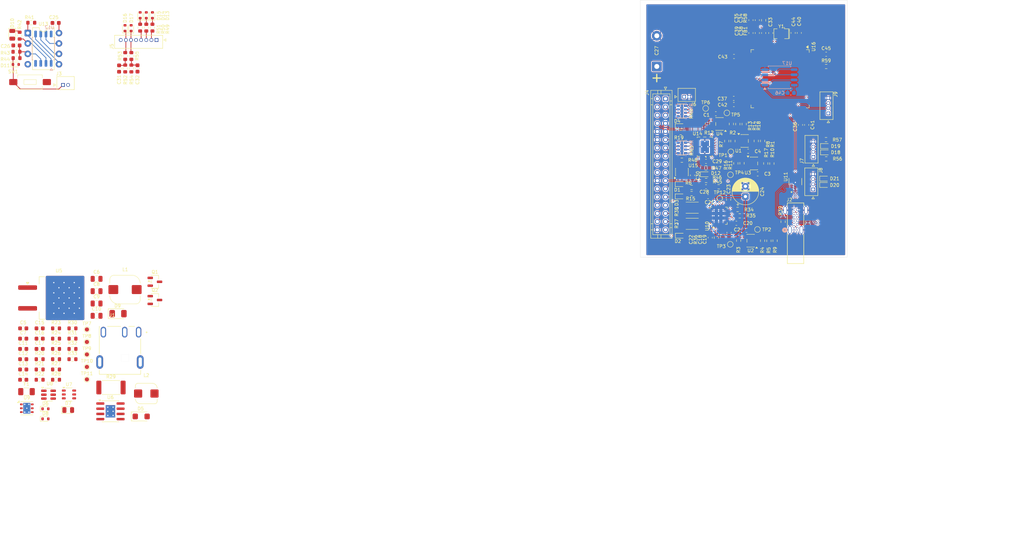
<source format=kicad_pcb>
(kicad_pcb (version 20241229) (generator "pcbnew") (generator_version "9.0")
  (title_block (title "Lark Print Engine") (date "2025-10-13") (rev "1.00.01") (comment 1 "Thermal Print Engine") (comment 2 "Designer HamSlices") (comment 3 "The Lark Project"))
  (layers (0 "F.Cu" signal) (4 "In1.Cu" signal) (6 "In2.Cu" signal) (8 "In3.Cu" signal) (10 "In4.Cu" signal) (2 "B.Cu" signal) (13 "F.Paste" user) (15 "B.Paste" user) (5 "F.SilkS" user "F.Silkscreen") (7 "B.SilkS" user "B.Silkscreen") (1 "F.Mask" user) (3 "B.Mask" user) (25 "Edge.Cuts" user))
  (net 0 "")
  (net 1 "GND")
  (net 2 "+3.3V")
  (net 3 "/Power/FB_2")
  (net 4 "+4V")
  (net 5 "+24VBC")
  (net 6 "Net-(D6-A)")
  (net 7 "+24V")
  (net 8 "/Power/COMP")
  (net 9 "Net-(C11-Pad1)")
  (net 10 "/Power/SW")
  (net 11 "/Power/BOOT")
  (net 12 "Net-(D9-K)")
  (net 13 "Net-(U8-BST)")
  (net 14 "+3.3VBC")
  (net 15 "/Motor Driver/CP1")
  (net 16 "/Motor Driver/CP2")
  (net 17 "/Motor Driver/VCP")
  (net 18 "/Motor Driver/VREG")
  (net 19 "/Boot Controller/IO4")
  (net 20 "/FTP-68EMCL Connector/HUP")
  (net 21 "/FrontIO/BTN2")
  (net 22 "/FrontIO/BTN1")
  (net 23 "/MCU/NRST")
  (net 24 "/MCU/VREF")
  (net 25 "/MCU/VCAP2")
  (net 26 "/MCU/VCAP1")
  (net 27 "/MCU/VDDA")
  (net 28 "/Sensors/PHE_M")
  (net 29 "/Sensors/MTMP")
  (net 30 "/Sensors/PHE_P")
  (net 31 "/Sensors/HTMP")
  (net 32 "Net-(D7-K)")
  (net 33 "Net-(D8-K)")
  (net 34 "Net-(D10-K)")
  (net 35 "/Boot Controller/POWER_SW")
  (net 36 "/FTP-68EMCL Connector/SW1")
  (net 37 "/FrontIO/PWM3")
  (net 38 "/FrontIO/PWM2")
  (net 39 "/FrontIO/PWM1")
  (net 40 "/FrontIO/BTN_2")
  (net 41 "/Auxiliary/SDA")
  (net 42 "/Auxiliary/SCL")
  (net 43 "/Auxiliary/GPIOA")
  (net 44 "/Auxiliary/GPIOB")
  (net 45 "Net-(F1-Pad1)")
  (net 47 "+5V")
  (net 48 "/USB/CC2")
  (net 49 "/USB/USB_P")
  (net 50 "/USB/CC1")
  (net 52 "/FTP-68EMCL Connector/PHK_M")
  (net 53 "/FTP-68EMCL Connector/MT{slash}A")
  (net 54 "/FTP-68EMCL Connector/CLOCK")
  (net 55 "/FTP-68EMCL Connector/{slash}STROBE_1")
  (net 56 "/FTP-68EMCL Connector/{slash}LATCH")
  (net 57 "/FTP-68EMCL Connector/PHK_P")
  (net 58 "/FTP-68EMCL Connector/{slash}STROBE_5")
  (net 59 "/FTP-68EMCL Connector/MTA")
  (net 60 "/FTP-68EMCL Connector/MTB")
  (net 61 "/FTP-68EMCL Connector/DATA")
  (net 62 "/FTP-68EMCL Connector/MT{slash}B")
  (net 63 "/FTP-68EMCL Connector/{slash}STROBE_2")
  (net 64 "/FTP-68EMCL Connector/{slash}STROBE_4")
  (net 65 "/FTP-68EMCL Connector/{slash}STROBE_3")
  (net 66 "/FTP-68EMCL Connector/{slash}STROBE_6")
  (net 67 "/FrontIO/LED1")
  (net 68 "/FrontIO/LED3")
  (net 69 "/FrontIO/BTN_1")
  (net 70 "/FrontIO/LED2")
  (net 71 "/MCU/SWCLK")
  (net 72 "/MCU/SWDIO")
  (net 73 "Net-(Q1-B)")
  (net 74 "Net-(Q1-C)")
  (net 75 "Net-(Q2-B)")
  (net 76 "Net-(U1--)")
  (net 77 "/MCU/MARK")
  (net 78 "/MCU/M_TMP")
  (net 79 "Net-(U2-+)")
  (net 80 "Net-(U3--)")
  (net 81 "/MCU/PAPER")
  (net 82 "/MCU/H_TMP")
  (net 83 "Net-(U4-+)")
  (net 84 "/MCU/ADC_CH1")
  (net 85 "/Power/PWR_EN")
  (net 86 "Net-(U7-D1)")
  (net 87 "Net-(U7-G)")
  (net 88 "/Power/FB_1")
  (net 89 "/MCU/{slash}SLEEP")
  (net 90 "/Motor Driver/ROSC")
  (net 91 "/Motor Driver/{slash}EN")
  (net 92 "/Motor Driver/SENSE2")
  (net 93 "/Motor Driver/SENSE1")
  (net 94 "/Boot Controller/MCURST")
  (net 95 "/Boot Controller/IO3")
  (net 96 "/FTP-68EMCL Connector/{slash}OE")
  (net 97 "/FTP-68EMCL Connector/Buffers/Y9")
  (net 98 "/MCU/BOOT0")
  (net 99 "/FTP-68EMCL Connector/Buffers/Y3")
  (net 100 "/FTP-68EMCL Connector/Buffers/Y1")
  (net 101 "/FTP-68EMCL Connector/Buffers/Y4")
  (net 102 "/FTP-68EMCL Connector/Buffers/Y2")
  (net 104 "/FTP-68EMCL Connector/Buffers/Y6")
  (net 105 "/FTP-68EMCL Connector/Buffers/Y5")
  (net 106 "/FTP-68EMCL Connector/Buffers/Y8")
  (net 107 "/FTP-68EMCL Connector/Buffers/Y7")
  (net 108 "/Motor Driver/VREF")
  (net 110 "/MCU/MS2")
  (net 111 "/MCU/STEP")
  (net 112 "/MCU/MS1")
  (net 113 "/MCU/{slash}RST")
  (net 114 "/MCU/DIR")
  (net 115 "/USB/D-")
  (net 116 "/USB/D+")
  (net 117 "/FTP-68EMCL Connector/{slash}STB2")
  (net 118 "/FTP-68EMCL Connector/DIN")
  (net 119 "/FTP-68EMCL Connector/{slash}STB4")
  (net 120 "/FTP-68EMCL Connector/CLK")
  (net 121 "/FTP-68EMCL Connector/{slash}STB3")
  (net 122 "/FTP-68EMCL Connector/{slash}STB1")
  (net 123 "/FTP-68EMCL Connector/{slash}STB6")
  (net 124 "/FTP-68EMCL Connector/{slash}STB5")
  (net 125 "/FTP-68EMCL Connector/{slash}LAT")
  (net 127 "/MCU/QSPI_CLK")
  (net 128 "/MCU/OSC_IN")
  (net 129 "/MCU/QSPI_IO2")
  (net 150 "/MCU/QSPI_IO0")
  (net 165 "/MCU/QSPI_NCS")
  (net 167 "/MCU/OSC_OUT")
  (net 171 "/MCU/QSPI_IO3")
  (net 191 "/MCU/QSPI_IO1")
  (net 195 "/USB/USB_N")
  (footprint "Lite-On Inc:LED_0805" (layer "F.Cu") (at 37.4 57 -90)
    (property "Reference" "D10")
    (property "Value" "LTST-C171GKT" (hide yes))
  )
  (footprint "Tensility International Corp:54-00128" (layer "F.Cu") (at 63.72 136.95)
    (property "Reference" "J1")
    (property "Value" "54-00128")
    (fp_line (start 0.35 -1.9) (end 2.15 -1.9) (stroke (width 0.01)) (layer "Edge.Cuts"))
    (fp_line (start 0.35 -0.1) (end 0.35 -1.9) (stroke (width 0.01)) (layer "Edge.Cuts"))
    (fp_line (start 2.15 -1.9) (end 2.15 -0.1) (stroke (width 0.01)) (layer "Edge.Cuts"))
    (fp_line (start 2.15 -0.1) (end 0.35 -0.1) (stroke (width 0.01)) (layer "Edge.Cuts"))
  )
  (footprint "Molex:0530470810" (layer "F.Cu") (at 72.65 58.275)
    (property "Reference" "J5")
    (property "Value" "0530470810" (hide yes))
  )
  (footprint "Texas Instruments:SOT-23-6" (layer "F.Cu") (at 201.0142 90.5383 90)
    (property "Reference" "U15")
    (property "Value" "SN74LVC2G34DBVR" (hide yes))
  )
  (footprint "Murata Electronics:C_0603" (layer "F.Cu") (at 217.8867 53.4183 90)
    (property "Reference" "C35")
    (property "Value" "0.1µF" (hide yes))
  )
  (footprint "Murata Electronics:CSTNE8M00G550000R0" (layer "F.Cu") (at 225.2867 56.7433 180)
    (property "Reference" "Y1")
    (property "Value" "8Mhz")
  )
  (footprint "Murata Electronics:C_0603" (layer "F.Cu") (at 219.5267 90.9883 180)
    (property "Reference" "C3")
    (property "Value" "0.1µF" (hide yes))
  )
  (footprint "Murata Electronics:C_0603" (layer "F.Cu") (at 207.9267 106.5633 -90)
    (property "Reference" "C22")
    (property "Value" "0.1µF" (hide yes))
  )
  (footprint "TestPoint:TestPoint_Pad_D1.0mm" (layer "F.Cu") (at 212.8267 108.1883)
    (property "Reference" "TP3")
    (property "Value" "TestPoint" (hide yes))
  )
  (footprint "Diodes Incorporated:BZT52C10T-7" (layer "F.Cu") (at 45.505 148.38)
    (property "Reference" "D6")
    (property "Value" "BZT52C15T-7")
  )
  (footprint "TDK Corporation:MPZ1608S221ATA00" (layer "F.Cu") (at 220.9867 56.5683 -90)
    (property "Reference" "FB1")
    (property "Value" "220 Ohms" (hide yes))
  )
  (footprint "TestPoint:TestPoint_Pad_D1.0mm" (layer "F.Cu") (at 55.64 129)
    (property "Reference" "TP7")
    (property "Value" "TestPoint")
  )
  (footprint "Stackpole:R_0603" (layer "F.Cu") (at 48.1 138.77)
    (property "Reference" "R27")
    (property "Value" "100KΩ")
  )
  (footprint "Stackpole:R_0603" (layer "F.Cu") (at 214.6767 78.8133 90)
    (property "Reference" "R14")
    (property "Value" "51kΩ" (hide yes))
  )
  (footprint "Murata Electronics:C_0603" (layer "F.Cu") (at 228.1867 56.5433 90)
    (property "Reference" "C44")
    (property "Value" "0.1µF" (hide yes))
  )
  (footprint "TDK Corporation:CLF7045NIT-4R7N-D" (layer "F.Cu") (at 64.95 119.25)
    (property "Reference" "L1")
    (property "Value" "4.7µH")
  )
  (footprint "Stackpole:R_0603" (layer "F.Cu") (at 206.9267 92.5883 180)
    (property "Reference" "R46")
    (property "Value" "1KΩ" (hide yes))
  )
  (footprint "onsemi:ESD5Z3.3T1G" (layer "F.Cu") (at 66.45 55.375 90)
    (property "Reference" "D17")
    (property "Value" "ESD5Z3.3T1G" (hide yes))
  )
  (footprint "Diodes Incorporated:BZT52C10T-7" (layer "F.Cu") (at 45.505 150.83)
    (property "Reference" "D8")
    (property "Value" "BZT52C15T-7")
  )
  (footprint "Murata Electronics:C_0603" (layer "F.Cu") (at 211.0267 105.8883 90)
    (property "Reference" "C18")
    (property "Value" "0.1µF" (hide yes))
  )
  (footprint "Murata Electronics:C_0603" (layer "F.Cu") (at 40.08 128.73)
    (property "Reference" "C5")
    (property "Value" "18pF")
  )
  (footprint "Stackpole:R_0603" (layer "F.Cu") (at 44.09 138.77)
    (property "Reference" "R21")
    (property "Value" "10KΩ")
  )
  (footprint "C&K:PTS636 SP50 SMTR LFS" (layer "F.Cu") (at 41.75 68.55 180)
    (property "Reference" "SW1")
    (property "Value" "PTS636 SP50 SMTR LFS" (hide yes))
  )
  (footprint "STMicroelectronics:LD39200PU33R" (layer "F.Cu") (at 40.955 148.245)
    (property "Reference" "U9")
    (property "Value" "LD39200PU33R")
  )
  (footprint "Stackpole:R_0603" (layer "F.Cu") (at 68.65 55.25 90)
    (property "Reference" "R51")
    (property "Value" "100Ω" (hide yes))
  )
  (footprint "Murata Electronics:C_0603" (layer "F.Cu") (at 48 54.1 180)
    (property "Reference" "C25")
    (property "Value" "0.1µF" (hide yes))
  )
  (footprint "Murata Electronics:C_0603" (layer "F.Cu") (at 212.4267 97.3383 90)
    (property "Reference" "C23")
    (property "Value" "0.1µF" (hide yes))
  )
  (footprint "Stackpole:R_0603" (layer "F.Cu") (at 211.9767 82.9633 90)
    (property "Reference" "R7")
    (property "Value" "15kΩ" (hide yes))
  )
  (footprint "Stackpole:R_0603" (layer "F.Cu") (at 209.4267 106.5633 -90)
    (property "Reference" "R36")
    (property "Value" "100KΩ" (hide yes))
  )
  (footprint "Murata Electronics:C_0603" (layer "F.Cu") (at 216.8017 104.7633)
    (property "Reference" "C2")
    (property "Value" "0.1µF" (hide yes))
  )
  (footprint "Murata Electronics:C_0603" (layer "F.Cu") (at 40.08 131.24)
    (property "Reference" "C7")
    (property "Value" "0.1µF")
  )
  (footprint "Stackpole:R_0603" (layer "F.Cu") (at 220.9867 53.4433 -90)
    (property "Reference" "R58")
    (property "Value" "0R" (hide yes))
  )
  (footprint "onsemi:ESD5Z3.3T1G" (layer "F.Cu") (at 200.5767 79.3383)
    (property "Reference" "D4")
    (property "Value" "ESD5Z3.3T1G" (hide yes))
  )
  (footprint "Stackpole:R_0603" (layer "F.Cu") (at 66.5 65.225 90)
    (property "Reference" "R54")
    (property "Value" "10KΩ" (hide yes))
  )
  (footprint "Stackpole:R_0603" (layer "F.Cu") (at 66.5 62.175 90)
    (property "Reference" "R55")
    (property "Value" "1KΩ" (hide yes))
  )
  (footprint "Stackpole:R_0603" (layer "F.Cu") (at 203.3767 95.7883)
    (property "Reference" "R15")
    (property "Value" "100Ω" (hide yes))
  )
  (footprint "Murata Electronics:C_0603" (layer "F.Cu") (at 231.4867 79.0183 -90)
    (property "Reference" "C41")
    (property "Value" "0.1µF" (hide yes))
  )
  (footprint "Stackpole:R_0603" (layer "F.Cu") (at 213.1017 78.7883 90)
    (property "Reference" "R13")
    (property "Value" "100kΩ" (hide yes))
  )
  (footprint "Stackpole:R_0603" (layer "F.Cu") (at 70.15 55.25 90)
    (property "Reference" "R50")
    (property "Value" "100Ω" (hide yes))
  )
  (footprint "Stackpole:R_0603" (layer "F.Cu") (at 39.2 57.2 -90)
    (property "Reference" "R42")
    (property "Value" "1KΩ" (hide yes))
  )
  (footprint "Murata Electronics:C_0603" (layer "F.Cu") (at 217.8867 56.5683 90)
    (property "Reference" "C39")
    (property "Value" "0.1µF" (hide yes))
  )
  (footprint "Murata Electronics:C_0603" (layer "F.Cu") (at 40.08 141.28)
    (property "Reference" "C14")
    (property "Value" "4.7µF")
  )
  (footprint "Murata Electronics:C_0603" (layer "F.Cu") (at 213.7367 62.2933 180)
    (property "Reference" "C43")
    (property "Value" "0.1µF" (hide yes))
  )
  (footprint "TestPoint:TestPoint_Pad_D1.0mm" (layer "F.Cu") (at 212.8767 91.1883)
    (property "Reference" "TP4")
    (property "Value" "TestPoint" (hide yes))
  )
  (footprint "Diodes Incorporated:MMBT2222A-7-F" (layer "F.Cu") (at 72.25 117.35)
    (property "Reference" "Q1")
    (property "Value" "MMBT2222A-7-F")
  )
  (footprint "Stackpole:R_0603" (layer "F.Cu") (at 220.7267 82.9383 -90)
    (property "Reference" "R1")
    (property "Value" "15kΩ" (hide yes))
  )
  (footprint "Microchip:DIP-8_W7.62mm" (layer "F.Cu") (at 41.195 56.58)
    (property "Reference" "U13")
    (property "Value" "ATTINY85-20PU" (hide yes))
  )
  (footprint "TestPoint:TestPoint_Pad_D1.0mm" (layer "F.Cu") (at 55.64 138.15)
    (property "Reference" "TP10")
    (property "Value" "TestPoint")
  )
  (footprint "Stackpole:R_0603" (layer "F.Cu") (at 225.736 102.675 90)
    (property "Reference" "R39")
    (property "Value" "5.1KΩ" (hide yes))
  )
  (footprint "Stackpole:R_0603" (layer "F.Cu") (at 44.09 136.26)
    (property "Reference" "R20")
    (property "Value" "402kΩ")
  )
  (footprint "Murata Electronics:C_0603" (layer "F.Cu") (at 40.08 133.75)
    (property "Reference" "C11")
    (property "Value" "6800pF")
  )
  (footprint "Stackpole:R_0603" (layer "F.Cu") (at 222.2767 107.3383 90)
    (property "Reference" "R5")
    (property "Value" "220kΩ" (hide yes))
  )
  (footprint "Murata Electronics:C_0603" (layer "F.Cu") (at 38.425 59.6 180)
    (property "Reference" "C26")
    (property "Value" "0.1µF" (hide yes))
  )
  (footprint "onsemi:ESD5Z3.3T1G" (layer "F.Cu") (at 70.15 52.225 90)
    (property "Reference" "D14")
    (property "Value" "ESD5Z3.3T1G" (hide yes))
  )
  (footprint "TDK Corporation:C2012X5R1V226M125AC" (layer "F.Cu") (at 58 122.65)
    (property "Reference" "C9")
    (property "Value" "22µF")
  )
  (footprint "Murata Electronics:C_0603" (layer "F.Cu") (at 40.08 136.26)
    (property "Reference" "C12")
    (property "Value" "0.1µF")
  )
  (footprint "Murata Electronics:C_0603" (layer "F.Cu") (at 217.2017 85.4383 180)
    (property "Reference" "C4")
    (property "Value" "0.1µF" (hide yes))
  )
  (footprint "TDK Corporation:C2012X5R1V226M125AC" (layer "F.Cu") (at 58 125.66)
    (property "Reference" "C10")
    (property "Value" "22µF")
  )
  (footprint "onsemi:ESD5Z3.3T1G" (layer "F.Cu") (at 235.8767 92.1383)
    (property "Reference" "D21")
    (property "Value" "ESD5Z3.3T1G" (hide yes))
  )
  (footprint "Murata Electronics:C_0603" (layer "F.Cu") (at 219.4367 53.4183 90)
    (property "Reference" "C34")
    (property "Value" "1µF" (hide yes))
  )
  (footprint "Vishay Siliconix:SI3474DV-T1-BE3" (layer "F.Cu") (at 51.26 144.875)
    (property "Reference" "U7")
    (property "Value" "SI3474DV-T1-BE3")
  )
  (footprint "Microchip:SOT-23-5" (layer "F.Cu") (at 210.2017 78.7883 180)
    (property "Reference" "U4")
    (property "Value" "MIC7211YM5-TR" (hide yes))
  )
  (footprint "TestPoint:TestPoint_Pad_D1.0mm" (layer "F.Cu") (at 55.64 135.1)
    (property "Reference" "TP9")
    (property "Value" "TestPoint")
  )
  (footprint "Stackpole:R_0603" (layer "F.Cu") (at 38.425 61.15)
    (property "Reference" "R43")
    (property "Value" "10KΩ" (hide yes))
  )
  (footprint "Allegro MicroSystems:QFN-24-1EP_4x4mm_P0.5mm_EP2.75x2.75mm_ThermalVias" (layer "F.Cu") (at 209.9767 101.2133 90)
    (property "Reference" "U10")
    (property "Value" "A4985SESTR-T" (hide yes))
  )
  (footprint "onsemi:ESD5Z3.3T1G" (layer "F.Cu") (at 236.0767 85.73255)
    (property "Reference" "D18")
    (property "Value" "ESD5Z3.3T1G" (hide yes))
  )
  (footprint "TDK Corporation:C2012X5R1V226M125AC" (layer "F.Cu") (at 58 116.63)
    (property "Reference" "C6")
    (property "Value" "22µF")
  )
  (footprint "Murata Electronics:C_0603" (layer "F.Cu") (at 213.7017 74.0383 180)
    (property "Reference" "C42")
    (property "Value" "0.1µF" (hide yes))
  )
  (footprint "Stackpole:R_0603" (layer "F.Cu") (at 236.2617 64.7433)
    (property "Reference" "R59")
    (property "Value" "10KΩ" (hide yes))
  )
  (footprint "onsemi:ESD5Z3.3T1G" (layer "F.Cu") (at 64.95 55.375 90)
    (property "Reference" "D16")
    (property "Value" "ESD5Z3.3T1G" (hide yes))
  )
  (footprint "onsemi:ESD5Z3.3T1G" (layer "F.Cu") (at 71.65 52.225 90)
    (property "Reference" "D13")
    (property "Value" "ESD5Z3.3T1G" (hide yes))
  )
  (footprint "TDK Corporation:C2012X5R1V226M125AC" (layer "F.Cu") (at 58 119.64)
    (property "Reference" "C8")
    (property "Value" "22µF")
  )
  (footprint "onsemi:ESD5Z3.3T1G" (layer "F.Cu") (at 236.0767 84.18255)
    (property "Reference" "D19")
    (property "Value" "ESD5Z3.3T1G" (hide yes))
  )
  (footprint "Murata Electronics:C_0603" (layer "F.Cu") (at 44.09 128.73)
    (property "Reference" "C15")
    (property "Value" "10µF")
  )
  (footprint "Stackpole:R_0603" (layer "F.Cu") (at 71.65 55.25 90)
    (property "Reference" "R49")
    (property "Value" "280Ω" (hide yes))
  )
  (footprint "Stackpole:RAVF_164D" (layer "F.Cu") (at 201.0017 75.6383 180)
    (property "Reference" "RN4")
    (property "Value" "33Ω" (hide yes))
  )
  (footprint "Molex:530470210" (layer "F.Cu") (at 201.57095 72.1383 180)
    (property "Reference" "J6")
    (property "Value" "0530470210" (hide yes))
  )
  (footprint "onsemi:ESD5Z3.3T1G" (layer "F.Cu") (at 68.65 52.225 90)
    (property "Reference" "D15")
    (property "Value" "ESD5Z3.3T1G" (hide yes))
  )
  (footprint "Stackpole:R_0603" (layer "F.Cu") (at 236.2767 87.3133 180)
    (property "Reference" "R56")
    (property "Value" "4.7KΩ" (hide yes))
  )
  (footprint "Stackpole:R_0603" (layer "F.Cu") (at 231.786 102.675 -90)
    (property "Reference" "R40" (hide yes))
    (property "Value" "5.1KΩ" (hide yes))
  )
  (footprint "Stackpole:R_0603" (layer "F.Cu") (at 207.2517 78.7133 90)
    (property "Reference" "R12")
    (property "Value" "3kΩ" (hide yes))
  )
  (footprint "Stackpole:R_0603" (layer "F.Cu") (at 44.09 141.28)
    (property "Reference" "R22")
    (property "Value" "20KΩ")
  )
  (footprint "Molex:0530470410" (layer "F.Cu") (at 233.0767 94.7883 -90)
    (property "Reference" "J8")
    (property "Value" "0530470410" (hide yes))
  )
  (footprint "Stackpole:R_0603" (layer "F.Cu") (at 219.1767 82.9383 90)
    (property "Reference" "R8")
    (property "Value" "24kΩ" (hide yes))
  )
  (footprint "Murata Electronics:C_0603" (layer "F.Cu") (at 236.2617 61.7433)
    (property "Reference" "C45")
    (property "Value" "0.1µF" (hide yes))
  )
  (footprint "Murata Electronics:C_0603" (layer "F.Cu") (at 222.7367 56.5683 90)
    (property "Reference" "C33")
    (property "Value" "0.1µF" (hide yes))
  )
  (footprint "Molex:530470210" (layer "F.Cu") (at 49.8 69.25 180)
    (property "Reference" "J3")
    (property "Value" "0530470210" (hide yes))
  )
  (footprint "Murata Electronics:C_0603" (layer "F.Cu") (at 214.3267 103.0383)
    (property "Reference" "C20")
    (property "Value" "0.22µF" (hide yes))
  )
  (footprint "Stackpole:R_0603" (layer "F.Cu") (at 215.1517 101.2383)
    (property "Reference" "R35")
    (property "Value" "10KΩ" (hide yes))
  )
  (footprint "Molex:0530470410" (layer "F.Cu") (at 233.1267 86.8383 -90)
    (property "Reference" "J7")
    (property "Value" "0530470410" (hide yes))
  )
  (footprint "Stackpole:R_0603" (layer "F.Cu") (at 216.2267 78.8133 -90)
    (property "Reference" "R18")
    (property "Value" "178kΩ" (hide yes))
  )
  (footprint "Stackpole:R_0603" (layer "F.Cu") (at 201.0017 87.6383)
    (property "Reference" "R48")
    (property "Value" "33Ω" (hide yes))
  )
  (footprint "onsemi:ESD5Z3.3T1G" (layer "F.Cu") (at 38.275 64.25)
    (property "Reference" "D11")
    (property "Value" "ESD5Z3.3T1G" (hide yes))
  )
  (footprint "Murata Electronics:C_0603" (layer "F.Cu") (at 213.6767 72.5383 180)
    (property "Reference" "C37")
    (property "Value" "2.2µF" (hide yes))
  )
  (footprint "Stackpole:R_0603" (layer "F.Cu") (at 214.6267 99.6883 180)
    (property "Reference" "R34")
    (property "Value" "10KΩ" (hide yes))
  )
  (footprint "Stackpole:R_0603" (layer "F.Cu") (at 52.11 131.24)
    (property "Reference" "R31")
    (property "Value" "51kΩ")
  )
  (footprint "TestPoint:TestPoint_Pad_D1.0mm" (layer "F.Cu") (at 206.8267 74.9883)
    (property "Reference" "TP6")
    (property "Value" "TestPoint" (hide yes))
  )
  (footprint "Stackpole:R_0603" (layer "F.Cu") (at 65 65.225 90)
    (property "Reference" "R52")
    (property "Value" "10KΩ" (hide yes))
  )
  (footprint "Molex:0530470410" (layer "F.Cu") (at 236.7867 76.19905 -90)
    (property "Reference" "J9")
    (property "Value" "0530470410" (hide yes))
  )
  (footprint "Stackpole:R_0603" (layer "F.Cu") (at 48.1 133.75)
    (property "Reference" "R25")
    (property "Value" "1KΩ")
  )
  (footprint "STMicroelectronics:STM32H743VIT6" (layer "F.Cu") (at 225.0017 67.7383 -90)
    (property "Reference" "U16")
    (property "Value" "STM32H743VIT6" (hide yes))
  )
  (footprint "Stackpole:R_0603" (layer "F.Cu") (at 65 62.175 90)
    (property "Reference" "R53")
    (property "Value" "1KΩ" (hide yes))
  )
  (footprint "Stackpole:R_0603" (layer "F.Cu") (at 48.1 128.73)
    (property "Reference" "R23")
    (property "Value" "15kΩ")
  )
  (footprint "Microchip:SOT-23-5" (layer "F.Cu") (at 218.6142 88.4383)
    (property "Reference" "U3")
    (property "Value" "MIC7211YM5-TR" (hide yes))
  )
  (footprint "Stackpole:R_0603" (layer "F.Cu") (at 52.11 133.75)
    (property "Reference" "R32")
    (property "Value" "1KΩ")
  )
  (footprint "Stackpole:R_0603" (layer "F.Cu") (at 210.0017 94.1383 180)
    (property "Reference" "R45")
    (property "Value" "10KΩ" (hide yes))
  )
  (footprint "Stackpole:R_0603" (layer "F.Cu") (at 214.8767 107.2883 90)
    (property "Reference" "R3")
    (property "Value" "3kΩ" (hide yes))
  )
  (footprint "Murata Electronics:C_0603" (layer "F.Cu") (at 229.6867 56.5433 90)
    (property "Reference" "C40")
    (property "Value" "0.1µF" (hide yes))
  )
  (footprint "Microchip:SOT-23-5" (layer "F.Cu") (at 216.3392 82.9383)
    (property "Reference" "U1")
    (property "Value" "MIC7211YM5-TR" (hide yes))
  )
  (footprint "Stackpole:R_0603" (layer "F.Cu") (at 213.4767 82.9633 -90)
    (property "Reference" "R2")
    (property "Value" "220kΩ" (hide yes))
  )
  (footprint "Murata Electronics:C_0603" (layer "F.Cu") (at 44.09 133.75)
    (property "Reference" "C17")
    (property "Value" "22µF")
  )
  (footprint "Molex:CONN_2169890002_MOL" (layer "F.Cu") (at 228.3986 104.7136)
    (property "Reference" "J2")
    (property "Value" "2169890002" (hide yes))
  )
  (footprint "Murata Electronics:C_0603" (layer "F.Cu") (at 229.9867 79.0183 -90)
    (property "Reference" "C36")
    (property "Value" "2.2µF" (hide yes))
  )
  (footprint "TDK Corporation:CLF5030NIT-150M-D" (layer "F.Cu") (at 70.15 144.65)
    (property "Reference" "L2")
    (property "Value" "15µH")
  )
  (footprint "Stackpole:R_0603" (layer "F.Cu") (at 220.7267 107.3133 90)
    (property "Reference" "R4")
    (property "Value" "100kΩ" (hide yes))
  )
  (footprint "Littelfuse Inc:SZSMF6L28AT3G" (layer "F.Cu") (at 68.9 150.25)
    (property "Reference" "D5")
    (property "Value" "SZSMF6L28AT3G")
  )
  (footprint "onsemi:ESD5Z3.3T1G" (layer "F.Cu") (at 200.6267 106.0883)
    (property "Reference" "D2")
    (property "Value" "ESD5Z3.3T1G" (hide yes))
  )
  (footprint "Stackpole:R_0603" (layer "F.Cu") (at 52.11 128.73)
    (property "Reference" "R30")
    (property "Value" "100Ω")
  )
  (footprint "onsemi:ESD5Z3.3T1G" (layer "F.Cu") (at 200.5767 96.4883)
    (property "Reference" "D3")
    (property "Value" "ESD5Z3.3T1G" (hide yes))
  )
  (footprint "onsemi:ESD5Z3.3T1G" (layer "F.Cu") (at 200.5767 93.4883)
    (property "Reference" "D1")
    (property "Value" "ESD5Z3.3T1G" (hide yes))
  )
  (footprint "Murata Electronics:C_0603" (layer "F.Cu") (at 68 65.225 -90)
    (property "Reference" "C32")
    (property "Value" "0.1µF" (hide yes))
  )
  (footprint "Murata Electronics:C_0603" (layer "F.Cu") (at 209.3017 76.2883)
    (property "Reference" "C1")
    (property "Value" "0.1µF" (hide yes))
  )
  (footprint "ROHM:BD9G102G-LBTR" (layer "F.Cu") (at 46.26 144.935)
    (property "Reference" "U8")
    (property "Value" "BD9G102G-LBTR")
  )
  (footprint "Murata Electronics:C_0603" (layer "F.Cu") (at 207.4017 96.5383 180)
    (property "Reference" "C21")
    (property "Value" "0.1µF" (hide yes))
  )
  (footprint "Stackpole:R_2010" (layer "F.Cu") (at 203.5267 103.1883 180)
    (property "Reference" "R37")
    (property "Value" "400mΩ" (hide yes))
  )
  (footprint "Murata Electronics:C_0603" (layer "F.Cu") (at 206.9017 87.9383)
    (property "Reference" "C29")
    (property "Value" "0.1µF" (hide yes))
  )
  (footprint "Stackpole:R_2010" (layer "F.Cu") (at 203.5267 99.2383 180)
    (property "Reference" "R38")
    (property "Value" "400mΩ" (hide yes))
  )
  (footprint "Murata Electronics:C_0603" (layer "F.Cu") (at 206.9017 94.1383 180)
    (property "Reference" "C28")
    (property "Value" "0.1µF" (hide yes))
  )
  (footprint "JST Sales America Inc:JST_PHD_B34B-PHDSS_2x17_P2.00mm_Vertical" (layer "F.Cu") (at 197.0017 72.6383 -90)
    (property "Reference" "J4")
    (property "Value" "B34B-PHDSS" (hide yes))
  )
  (footprint "Stackpole:R_2512" (layer "F.Cu") (at 61.52 143.18)
    (property "Reference" "R29")
    (property "Value" "220Ω")
  )
  (footprint "Panasonic Electronic Components:EEU-HD1V682_Right-Angle" (layer "F.Cu") (at 194.8767 64.7383 90)
    (property "Reference" "C27")
    (property "Value" "6800µF")
  )
  (footprint "Stackpole:R_0603" (layer "F.Cu") (at 42.05 54.05 180)
    (property "Reference" "R41")
    (property "Value" "10KΩ" (hide yes))
  )
  (footprint "Texas Instruments:SN74LVC541ARGYR" (layer "F.Cu") (at 206.6017 84.3383 180)
    (property "Reference" "U14")
    (property "Value" "SN74LVC541ARGYR" (hide yes))
  )
  (footprint "Vishay Siliconix:SQM120P06-07L_GE3" (layer "F.Cu") (at 48.8 121.3)
    (property "Reference" "U5")
    (property "Value" "SQM120P06-07L_GE3")
  )
  (footprint "STMicroelectronics:SOT95P280X145-6N" (layer "F.Cu") (at 228.736 92.87 90)
    (property "Reference" "U11")
    (property "Value" "USBLC6-2SC6" (hide yes))
  )
  (footprint "onsemi:ESD5Z3.3T1G" (layer "F.Cu") (at 235.8767 93.6883)
    (property "Reference" "D20")
    (property "Value" "ESD5Z3.3T1G" (hide yes))
  )
  (footprint "Stackpole:R_0603" (layer "F.Cu") (at 38.45 62.7)
    (property "Reference" "R44")
    (property "Value" "1KΩ" (hide yes))
  )
  (footprint "Stackpole:R_0603" (layer "F.Cu") (at 221.5017 88.4383 90)
    (property "Reference" "R17")
    (property "Value" "24kΩ" (hide yes))
  )
  (footprint "Stackpole:R_0603" (layer "F.Cu") (at 48.1 141.28)
    (property "Reference" "R28")
    (property "Value" "10KΩ")
  )
  (footprint "SCHURTER Inc:3413.0326.22" (layer "F.Cu") (at 40.88 144.19)
    (property "Reference" "F1")
    (property "Value" "8A Slow Blow")
  )
  (footprint "Murata Electronics:C_0603" (layer "F.Cu") (at 203.6017 91.3383 -90)
    (property "Reference" "C30")
    (property "Value" "0.1µF" (hide yes))
  )
  (footprint "Stackpole:R_0603" (layer "F.Cu") (at 206.8892 89.5258)
    (property "Reference" "R47")
    (property "Value" "10KΩ" (hide yes))
  )
  (footprint "Diodes Incorporated:MMBT2222A-7-F" (layer "F.Cu") (at 72.25 121.8)
    (property "Reference" "Q2")
    (property "Value" "MMBT2222A-7-F")
  )
  (footprint "Stackpole:RAVF_164D" (layer "F.Cu") (at 201.0017 84.6383 180)
    (property "Reference" "RN3")
    (property "Value" "33Ω" (hide yes))
  )
  (footprint "Stackpole:R_0603" (layer "F.Cu") (at 200.7267 80.8883 180)
    (property "Reference" "R19")
    (property "Value" "0R" (hide yes))
  )
  (footprint "Lite-On Inc:LED_0805" (layer "F.Cu") (at 51.08 148.685)
    (property "Reference" "D7")
    (property "Value" "LTST-C171GKT")
  )
  (footprint "Stackpole:R_0603" (layer "F.Cu") (at 48.1 136.26)
    (property "Reference" "R26")
    (property "Value" "10KΩ")
  )
  (footprint "Murata Electronics:C_0603" (layer "F.Cu") (at 40.08 138.77)
    (property "Reference" "C13")
    (property "Value" "0.1µF")
  )
  (footprint "TestPoint:TestPoint_Pad_D1.0mm" (layer "F.Cu") (at 212.0017 76.0883 -90)
    (property "Reference" "TP5")
    (property "Value" "TestPoint" (hide yes))
  )
  (footprint "Microchip:SOT-23-5" (layer "F.Cu") (at 217.8142 107.3133 180)
    (property "Reference" "U2")
    (property "Value" "MIC7211YM5-TR" (hide yes))
  )
  (footprint "Stackpole:R_0603" (layer "F.Cu") (at 203.3767 94.2883)
    (property "Reference" "R6")
    (property "Value" "100Ω" (hide yes))
  )
  (footprint "Stackpole:R_0603" (layer "F.Cu") (at 48.1 131.24)
    (property "Reference" "R24")
    (property "Value" "100kΩ")
  )
  (footprint "onsemi:ESD5Z3.3T1G" (layer "F.Cu") (at 206.7267 91.0883)
    (property "Reference" "D12")
    (property "Value" "ESD5Z3.3T1G" (hide yes))
  )
  (footprint "Murata Electronics:C_0603" (layer "F.Cu") (at 44.09 131.24)
    (property "Reference" "C16")
    (property "Value" "10µF")
  )
  (footprint "Stackpole:R_0603" (layer "F.Cu") (at 214.2017 88.4133 90)
    (property "Reference" "R16")
    (property "Value" "15kΩ" (hide yes))
  )
  (footprint "Stackpole:R_0603" (layer "F.Cu") (at 223.0017 88.4633 -90)
    (property "Reference" "R10")
    (property "Value" "15kΩ" (hide yes))
  )
  (footprint "TestPoint:TestPoint_Pad_D1.0mm" (layer "F.Cu") (at 55.64 141.2)
    (property "Reference" "TP11")
    (property "Value" "TestPoint")
  )
  (footprint "Murata Electronics:C_0603" (layer "F.Cu") (at 219.4367 56.5683 90)
    (property "Reference" "C38")
    (property "Value" "1µF" (hide yes))
  )
  (footprint "Stackpole:R_0603" (layer "F.Cu") (at 223.7767 107.3133 -90)
    (property "Reference" "R9")
    (property "Value" "365kΩ" (hide yes))
  )
  (footprint "TestPoint:TestPoint_Pad_D1.0mm" (layer "F.Cu") (at 210.2517 96.9383 90)
    (property "Reference" "TP12")
    (property "Value" "TestPoint" (hide yes))
  )
  (footprint "Stackpole:R_0603" (layer "F.Cu") (at 52.11 136.26)
    (property "Reference" "R33")
    (property "Value" "15kΩ")
  )
  (footprint "TestPoint:TestPoint_Pad_D1.0mm" (layer "F.Cu") (at 219.4767 104.5633 180)
    (property "Reference" "TP2")
    (property "Value" "TestPoint" (hide yes))
  )
  (footprint "onsemi:SS26FL" (layer "F.Cu") (at 63.25 125.135)
    (property "Reference" "D9")
    (property "Value" "SS26FL")
  )
  (footprint "Panasonic Electronic Components:ECA-1VM101" (layer "F.Cu") (at 216.5267 96.520679 90)
    (property "Reference" "C24")
    (property "Value" "100µF" (hide yes))
  )
  (footprint "ROHM:BD9E302EFJ-E2" (layer "F.Cu") (at 61.39 148.995)
    (property "Reference" "U6")
    (property "Value" "BD9E302EFJ-E2")
  )
  (footprint "TestPoint:TestPoint_Pad_D1.0mm" (layer "F.Cu") (at 55.64 132.05)
    (property "Reference" "TP8")
    (property "Value" "TestPoint")
  )
  (footprint "Stackpole:R_0603" (layer "F.Cu") (at 215.7017 88.3883 -90)
    (property "Reference" "R11")
    (property "Value" "220kΩ" (hide yes))
  )
  (footprint "Stackpole:R_0603" (layer "F.Cu") (at 236.2267 82.6133 180)
    (property "Reference" "R57")
    (property "Value" "4.7KΩ" (hide yes))
  )
  (footprint "Murata Electronics:C_0603" (layer "F.Cu") (at 63.5 65.25 -90)
    (property "Reference" "C31")
    (property "Value" "0.1µF" (hide yes))
  )
  (footprint "Murata Electronics:C_0603" (layer "F.Cu") (at 212.5267 105.3383 90)
    (property "Reference" "C19")
    (property "Value" "0.1µF" (hide yes))
  )
  (footprint "TestPoint:TestPoint_Pad_D1.0mm" (layer "F.Cu") (at 212.9767 85.5883)
    (property "Reference" "TP1")
    (property "Value" "TestPoint" (hide yes))
  )
  (footprint "Microchip:8-SOIC_5.3x8.2" (layer "B.Cu") (at 45 60.39 90)
    (property "Reference" "U12")
    (property "Value" "ATTINY85-20SU" (hide yes))
  )
  (footprint "Murata Electronics:C_0603" (layer "B.Cu") (at 227.6192 71.2083)
    (property "Reference" "C46")
    (property "Value" "0.1µF" (hide yes))
  )
  (footprint "Winbond Electronics:W25Q128JVSIQ" (layer "B.Cu") (at 224.8642 67.3933)
    (property "Reference" "U17")
    (property "Value" "W25Q128JVSIQ" (hide yes))
  )
  (footprint "Stackpole:RAVF_164D" (layer "B.Cu") (at 201.0017 75.6383 180)
    (property "Reference" "RN2")
    (property "Value" "10kΩ" (hide yes))
  )
  (footprint "Stackpole:RAVF_164D" (layer "B.Cu") (at 201.0017 84.6383 180)
    (property "Reference" "RN1")
    (property "Value" "10kΩ" (hide yes))
  )
  (gr_rect (start 190.87965 48.525) (end 241.39235 111.325) (stroke (width 0.05)) (fill no) (layer "Edge.Cuts"))
  (segment (start 228.736 94.125) (end 228.736 93.075) (width 0.1778) (layer "F.Cu") (net 1))
  (segment (start 200.0267 103.1883) (end 201.2142 103.1883) (width 0.254) (layer "F.Cu") (net 1))
  (segment (start 200.0267 99.2383) (end 201.2142 99.2383) (width 0.254) (layer "F.Cu") (net 1))
  (via (at 200.0267 99.2383) (size 0.5) (drill 0.3) (layers "F.Cu" "B.Cu") (net 1))
  (via (at 228.736 93.075) (size 0.5) (drill 0.3) (layers "F.Cu" "B.Cu") (net 1))
  (via (at 200.0267 103.1883) (size 0.5) (drill 0.3) (layers "F.Cu" "B.Cu") (net 1))
  (segment (start 226.0017 59.0283) (end 226.5867 58.4433) (width 0.1778) (layer "F.Cu") (net 2))
  (segment (start 205.8517 86.4883) (end 205.8517 87.6633) (width 0.1778) (layer "F.Cu") (net 2))
  (segment (start 201.0267 90.1883) (end 201.0267 89.7633) (width 0.1778) (layer "F.Cu") (net 2))
  (segment (start 228.1867 57.8933) (end 227.6367 58.4433) (width 0.1778) (layer "F.Cu") (net 2))
  (segment (start 231.0017 77.7583) (end 231.4867 78.2433) (width 0.1778) (layer "F.Cu") (net 2))
  (segment (start 211.2267 98.6633) (end 211.7767 98.1133) (width 0.1778) (layer "F.Cu") (net 2))
  (segment (start 226.0017 60.0633) (end 226.0017 59.0283) (width 0.1778) (layer "F.Cu") (net 2))
  (segment (start 231.0017 75.4133) (end 231.0017 77.7583) (width 0.1778) (layer "F.Cu") (net 2))
  (segment (start 201.4017 90.5633) (end 201.0267 90.1883) (width 0.1778) (layer "F.Cu") (net 2))
  (segment (start 205.8517 87.6633) (end 206.1267 87.9383) (width 0.1778) (layer "F.Cu") (net 2))
  (segment (start 218.6017 90.8383) (end 218.6017 89.2133) (width 0.1778) (layer "F.Cu") (net 2))
  (segment (start 211.3392 78.7883) (end 211.0017 78.7883) (width 0.1778) (layer "F.Cu") (net 2))
  (segment (start 228.5017 58.5033) (end 229.6867 57.3183) (width 0.1778) (layer "F.Cu") (net 2))
  (segment (start 232.6767 61.7383) (end 235.4817 61.7383) (width 0.1778) (layer "F.Cu") (net 2))
  (segment (start 211.0017 78.7883) (end 210.0767 77.8633) (width 0.1778) (layer "F.Cu") (net 2))
  (segment (start 214.5667 62.2383) (end 214.5117 62.2933) (width 0.1778) (layer "F.Cu") (net 2))
  (segment (start 227.6367 58.4433) (end 226.5867 58.4433) (width 0.1778) (layer "F.Cu") (net 2))
  (segment (start 220.9867 55.7933) (end 220.9867 55.7433) (width 0.1778) (layer "F.Cu") (net 2))
  (segment (start 218.6017 89.2133) (end 217.8267 88.4383) (width 0.1778) (layer "F.Cu") (net 2))
  (segment (start 201.0267 89.7633) (end 201.0142 89.7508) (width 0.1778) (layer "F.Cu") (net 2))
  (segment (start 228.1867 57.3183) (end 228.1867 57.8933) (width 0.1778) (layer "F.Cu") (net 2))
  (segment (start 206.1267 87.9383) (end 206.1267 88.0383) (width 0.1778) (layer "F.Cu") (net 2))
  (segment (start 210.0767 77.8633) (end 210.0767 76.2883) (width 0.1778) (layer "F.Cu") (net 2))
  (segment (start 215.5767 82.9383) (end 215.2017 82.9383) (width 0.1778) (layer "F.Cu") (net 2))
  (segment (start 217.8267 88.4383) (end 217.4767 88.4383) (width 0.1778) (layer "F.Cu") (net 2))
  (segment (start 218.7517 90.9883) (end 218.6017 90.8383) (width 0.1778) (layer "F.Cu") (net 2))
  (segment (start 228.5017 60.0633) (end 228.5017 58.5033) (width 0.1778) (layer "F.Cu") (net 2))
  (segment (start 216.4267 85.4383) (end 216.4267 83.7883) (width 0.1778) (layer "F.Cu") (net 2))
  (segment (start 211.2267 99.2383) (end 211.2267 98.6633) (width 0.1778) (layer "F.Cu") (net 2))
  (segment (start 217.3267 73.7383) (end 214.7767 73.7383) (width 0.1778) (layer "F.Cu") (net 2))
  (segment (start 214.7767 73.7383) (end 214.4767 74.0383) (width 0.1778) (layer "F.Cu") (net 2))
  (segment (start 220.9867 55.7433) (end 220.2867 55.0433) (width 0.1778) (layer "F.Cu") (net 2))
  (segment (start 235.4817 61.7383) (end 235.4867 61.7433) (width 0.1778) (layer "F.Cu") (net 2))
  (segment (start 201.0142 89.7508) (end 201.0142 89.2383) (width 0.1778) (layer "F.Cu") (net 2))
  (segment (start 217.3267 62.2383) (end 214.5667 62.2383) (width 0.1778) (layer "F.Cu") (net 2))
  (segment (start 203.6017 90.5633) (end 201.4017 90.5633) (width 0.1778) (layer "F.Cu") (net 2))
  (segment (start 211.7767 98.1133) (end 212.4267 98.1133) (width 0.1778) (layer "F.Cu") (net 2))
  (segment (start 216.4267 83.7883) (end 215.5767 82.9383) (width 0.1778) (layer "F.Cu") (net 2))
  (via (at 220.2867 55.0433) (size 0.5) (drill 0.3) (layers "F.Cu" "B.Cu") (net 2))
  (segment (start 228.4517 71.1508) (end 228.3942 71.2083) (width 0.1778) (layer "B.Cu") (net 2))
  (segment (start 228.4517 69.2983) (end 228.4517 71.1508) (width 0.1778) (layer "B.Cu") (net 2))
  (segment (start 207.9767 99.9383) (end 207.9767 99.4883) (width 0.254) (layer "F.Cu") (net 7))
  (segment (start 208.9767 97.4133) (end 208.2767 96.7133) (width 0.254) (layer "F.Cu") (net 7))
  (segment (start 207.9767 99.4883) (end 207.4767 98.9883) (width 0.254) (layer "F.Cu") (net 7))
  (segment (start 212.5267 106.1133) (end 213.5517 106.1133) (width 0.1778) (layer "F.Cu") (net 7))
  (segment (start 208.0267 103.3883) (end 208.0017 103.3633) (width 0.1778) (layer "F.Cu") (net 7))
  (segment (start 208.573385 104.741615) (end 208.573385 104.739657) (width 0.254) (layer "F.Cu") (net 7))
  (segment (start 208.0017 99.9633) (end 207.9767 99.9383) (width 0.1778) (layer "F.Cu") (net 7))
  (segment (start 208.0017 102.4633) (end 208.0017 103.3633) (width 0.254) (layer "F.Cu") (net 7))
  (segment (start 208.1267 105.5883) (end 207.9267 105.7883) (width 0.1778) (layer "F.Cu") (net 7))
  (segment (start 208.4517 104.8133) (end 208.1267 105.1383) (width 0.254) (layer "F.Cu") (net 7))
  (segment (start 208.1267 105.1383) (end 208.1267 105.5883) (width 0.254) (layer "F.Cu") (net 7))
  (segment (start 213.5517 106.1133) (end 213.5767 106.0883) (width 0.1778) (layer "F.Cu") (net 7))
  (via (at 208.9767 97.4883) (size 0.5) (drill 0.3) (layers "F.Cu" "B.Cu") (net 7))
  (via (at 208.573385 104.739657) (size 0.5) (drill 0.3) (layers "F.Cu" "B.Cu") (net 7))
  (via (at 208.0017 103.3633) (size 0.5) (drill 0.3) (layers "F.Cu" "B.Cu") (net 7))
  (via (at 207.4767 98.9883) (size 0.5) (drill 0.3) (layers "F.Cu" "B.Cu") (net 7))
  (via (at 213.5767 106.0883) (size 0.5) (drill 0.3) (layers "F.Cu" "B.Cu") (net 7))
  (segment (start 208.9767 97.4883) (end 207.4767 98.9883) (width 0.381) (layer "B.Cu") (net 7))
  (segment (start 208.0017 104.167972) (end 208.573385 104.739657) (width 0.381) (layer "B.Cu") (net 7))
  (segment (start 216.5267 96.520679) (end 216.5267 103.9383) (width 0.381) (layer "B.Cu") (net 7))
  (segment (start 208.573385 104.742204) (end 208.573385 104.739657) (width 0.381) (layer "B.Cu") (net 7))
  (segment (start 216.5267 103.9383) (end 214.3767 106.0883) (width 0.381) (layer "B.Cu") (net 7))
  (segment (start 209.919481 106.0883) (end 208.573385 104.742204) (width 0.381) (layer "B.Cu") (net 7))
  (segment (start 208.0017 103.3633) (end 208.0017 104.167972) (width 0.381) (layer "B.Cu") (net 7))
  (segment (start 209.944321 96.520679) (end 216.5267 96.520679) (width 0.381) (layer "B.Cu") (net 7))
  (segment (start 214.3767 106.0883) (end 213.5767 106.0883) (width 0.381) (layer "B.Cu") (net 7))
  (segment (start 208.9767 97.4883) (end 209.944321 96.520679) (width 0.381) (layer "B.Cu") (net 7))
  (segment (start 213.5767 106.0883) (end 209.919481 106.0883) (width 0.381) (layer "B.Cu") (net 7))
  (segment (start 48.815 56.58) (end 48.815 54.14) (width 0.1778) (layer "F.Cu") (net 14))
  (segment (start 48.815 54.14) (end 48.775 54.1) (width 0.1778) (layer "F.Cu") (net 14))
  (segment (start 210.2267 105.8633) (end 210.2267 103.1883) (width 0.1778) (layer "F.Cu") (net 15))
  (segment (start 210.9267 106.5633) (end 210.2267 105.8633) (width 0.1778) (layer "F.Cu") (net 15))
  (segment (start 210.7267 104.8133) (end 210.9267 105.0133) (width 0.1778) (layer "F.Cu") (net 16))
  (segment (start 210.7267 103.1883) (end 210.7267 104.8133) (width 0.1778) (layer "F.Cu") (net 16))
  (segment (start 212.5267 104.5633) (end 212.5267 103.9883) (width 0.1778) (layer "F.Cu") (net 17))
  (segment (start 211.7267 103.1883) (end 211.2267 103.1883) (width 0.1778) (layer "F.Cu") (net 17))
  (segment (start 212.5267 103.9883) (end 211.7267 103.1883) (width 0.1778) (layer "F.Cu") (net 17))
  (segment (start 211.9517 102.4633) (end 213.0017 102.4633) (width 0.1778) (layer "F.Cu") (net 18))
  (segment (start 213.5517 103.0133) (end 213.5517 103.0383) (width 0.1778) (layer "F.Cu") (net 18))
  (segment (start 213.0017 102.4633) (end 213.5517 103.0133) (width 0.1778) (layer "F.Cu") (net 18))
  (segment (start 39.2 62.625) (end 39.275 62.7) (width 0.1778) (layer "F.Cu") (net 19))
  (segment (start 40.685 61.15) (end 41.195 61.66) (width 0.1778) (layer "F.Cu") (net 19))
  (segment (start 39.25 61.15) (end 40.685 61.15) (width 0.1778) (layer "F.Cu") (net 19))
  (segment (start 39.2 59.6) (end 39.2 62.625) (width 0.1778) (layer "F.Cu") (net 19))
  (segment (start 44.365 62.915) (end 43.11 61.66) (width 0.1778) (layer "B.Cu") (net 19))
  (segment (start 44.365 63.9775) (end 44.365 62.915) (width 0.1778) (layer "B.Cu") (net 19))
  (segment (start 43.11 61.66) (end 41.195 61.66) (width 0.1778) (layer "B.Cu") (net 19))
  (segment (start 207.6767 94.1383) (end 207.6767 92.6633) (width 0.1778) (layer "F.Cu") (net 20))
  (segment (start 207.6767 92.6633) (end 207.7517 92.5883) (width 0.1778) (layer "F.Cu") (net 20))
  (segment (start 209.1767 92.5883) (end 207.7517 92.5883) (width 0.1778) (layer "F.Cu") (net 20))
  (segment (start 209.1767 94.1383) (end 207.6767 94.1383) (width 0.1778) (layer "F.Cu") (net 20))
  (via (at 209.1767 92.5883) (size 0.5) (drill 0.3) (layers "F.Cu" "B.Cu") (net 20))
  (segment (start 65 63) (end 65 64.4) (width 0.1778) (layer "F.Cu") (net 21))
  (segment (start 63.5 64.475) (end 64.925 64.475) (width 0.1778) (layer "F.Cu") (net 21))
  (segment (start 64.925 64.475) (end 65 64.4) (width 0.1778) (layer "F.Cu") (net 21))
  (segment (start 66.5 64.4) (end 66.5 63) (width 0.1778) (layer "F.Cu") (net 22))
  (segment (start 66.5 64.4) (end 67.95 64.4) (width 0.1778) (layer "F.Cu") (net 22))
  (segment (start 67.95 64.4) (end 68 64.45) (width 0.1778) (layer "F.Cu") (net 22))
  (segment (start 222.7367 58.1433) (end 222.7367 57.3433) (width 0.1778) (layer "F.Cu") (net 23))
  (segment (start 223.6367 58.5933) (end 223.1867 58.5933) (width 0.1778) (layer "F.Cu") (net 23))
  (segment (start 223.6367 58.5933) (end 223.9867 58.5933) (width 0.1778) (layer "F.Cu") (net 23))
  (segment (start 224.5017 59.1083) (end 224.5017 60.0633) (width 0.1778) (layer "F.Cu") (net 23))
  (segment (start 223.1867 58.5933) (end 222.7367 58.1433) (width 0.1778) (layer "F.Cu") (net 23))
  (segment (start 223.9867 58.5933) (end 224.5017 59.1083) (width 0.1778) (layer "F.Cu") (net 23))
  (via (at 223.6367 58.5933) (size 0.5) (drill 0.3) (layers "F.Cu" "B.Cu") (net 23))
  (segment (start 44.365 56.8025) (end 44.365 58.265) (width 0.1778) (layer "B.Cu") (net 23))
  (segment (start 47.76 61.66) (end 48.815 61.66) (width 0.1778) (layer "B.Cu") (net 23))
  (segment (start 44.365 58.265) (end 47.76 61.66) (width 0.1778) (layer "B.Cu") (net 23))
  (segment (start 220.9117 54.1933) (end 220.9867 54.2683) (width 0.1778) (layer "F.Cu") (net 24))
  (segment (start 217.8867 54.1933) (end 220.9117 54.1933) (width 0.1778) (layer "F.Cu") (net 24))
  (segment (start 221.9867 57.9433) (end 221.9867 55.1433) (width 0.1778) (layer "F.Cu") (net 24))
  (segment (start 221.1117 54.2683) (end 220.9867 54.2683) (width 0.1778) (layer "F.Cu") (net 24))
  (segment (start 221.5017 58.4283) (end 221.9867 57.9433) (width 0.1778) (layer "F.Cu") (net 24))
  (segment (start 221.5017 60.0633) (end 221.5017 58.4283) (width 0.1778) (layer "F.Cu") (net 24))
  (segment (start 221.9867 55.1433) (end 221.1117 54.2683) (width 0.1778) (layer "F.Cu") (net 24))
  (segment (start 230.0017 78.2283) (end 229.9867 78.2433) (width 0.1778) (layer "F.Cu") (net 25))
  (segment (start 230.0017 75.4133) (end 230.0017 78.2283) (width 0.1778) (layer "F.Cu") (net 25))
  (segment (start 214.6517 72.7383) (end 214.4517 72.5383) (width 0.1778) (layer "F.Cu") (net 26))
  (segment (start 217.3267 72.7383) (end 214.6517 72.7383) (width 0.1778) (layer "F.Cu") (net 26))
  (segment (start 220.9867 57.3433) (end 217.8867 57.3433) (width 0.1778) (layer "F.Cu") (net 27))
  (segment (start 221.0017 60.0633) (end 221.0017 57.3583) (width 0.1778) (layer "F.Cu") (net 27))
  (segment (start 221.0017 57.3583) (end 220.9867 57.3433) (width 0.1778) (layer "F.Cu") (net 27))
  (segment (start 211.9767 83.7883) (end 215.1017 83.7883) (width 0.1778) (layer "F.Cu") (net 28))
  (segment (start 197.0017 94.6383) (end 198.1017 93.5383) (width 0.1778) (layer "F.Cu") (net 28))
  (segment (start 213.4767 85.0883) (end 213.4767 83.7883) (width 0.1778) (layer "F.Cu") (net 28))
  (segment (start 212.936 86.575) (end 212.936 85.629) (width 0.1778) (layer "F.Cu") (net 28))
  (segment (start 199.8267 93.5383) (end 199.8767 93.4883) (width 0.1778) (layer "F.Cu") (net 28))
  (segment (start 215.1017 83.7883) (end 215.2017 83.8883) (width 0.1778) (layer "F.Cu") (net 28))
  (segment (start 198.1017 93.5383) (end 199.8267 93.5383) (width 0.1778) (layer "F.Cu") (net 28))
  (segment (start 212.9767 85.5883) (end 213.4767 85.0883) (width 0.1778) (layer "F.Cu") (net 28))
  (segment (start 212.936 85.629) (end 212.9767 85.5883) (width 0.1778) (layer "F.Cu") (net 28))
  (via (at 212.936 86.575) (size 0.5) (drill 0.3) (layers "F.Cu" "B.Cu") (net 28))
  (segment (start 215.6767 106.4633) (end 215.7267 106.4633) (width 0.1778) (layer "F.Cu") (net 29))
  (segment (start 198.4517 106.0883) (end 199.9267 106.0883) (width 0.1778) (layer "F.Cu") (net 29))
  (segment (start 214.8767 106.4633) (end 215.6767 106.4633) (width 0.1778) (layer "F.Cu") (net 29))
  (segment (start 214.0517 106.4633) (end 213.5767 106.9383) (width 0.1778) (layer "F.Cu") (net 29))
  (segment (start 216.5767 106.4633) (end 216.6767 106.3633) (width 0.1778) (layer "F.Cu") (net 29))
  (segment (start 215.6767 106.4633) (end 216.5767 106.4633) (width 0.1778) (layer "F.Cu") (net 29))
  (segment (start 214.8767 106.4633) (end 214.0517 106.4633) (width 0.1778) (layer "F.Cu") (net 29))
  (segment (start 213.5767 106.9383) (end 213.5767 107.4383) (width 0.1778) (layer "F.Cu") (net 29))
  (segment (start 213.5767 107.4383) (end 212.8267 108.1883) (width 0.1778) (layer "F.Cu") (net 29))
  (via (at 198.4392 106.0758) (size 0.5) (drill 0.3) (layers "F.Cu" "B.Cu") (net 29))
  (via (at 215.7267 106.4633) (size 0.5) (drill 0.3) (layers "F.Cu" "B.Cu") (net 29))
  (segment (start 196.0017 97.6383) (end 198.7767 97.6383) (width 0.1778) (layer "F.Cu") (net 30))
  (segment (start 198.7767 97.6383) (end 199.8767 96.5383) (width 0.1778) (layer "F.Cu") (net 30))
  (segment (start 214.2017 89.8633) (end 212.8767 91.1883) (width 0.1778) (layer "F.Cu") (net 30))
  (segment (start 199.8767 96.5383) (end 199.8767 96.4883) (width 0.1778) (layer "F.Cu") (net 30))
  (segment (start 217.3267 89.2383) (end 217.4767 89.3883) (width 0.1778) (layer "F.Cu") (net 30))
  (segment (start 212.2767 92.7383) (end 212.8767 92.1383) (width 0.1778) (layer "F.Cu") (net 30))
  (segment (start 212.8767 92.1383) (end 212.8767 91.1883) (width 0.1778) (layer "F.Cu") (net 30))
  (segment (start 214.2017 89.2383) (end 214.2017 89.8633) (width 0.1778) (layer "F.Cu") (net 30))
  (segment (start 212.6267 91.1383) (end 212.6267 91.1883) (width 0.254) (layer "F.Cu") (net 30))
  (segment (start 214.2017 89.2383) (end 217.3267 89.2383) (width 0.1778) (layer "F.Cu") (net 30))
  (segment (start 195.0017 98.6383) (end 196.0017 97.6383) (width 0.1778) (layer "F.Cu") (net 30))
  (segment (start 214.2267 89.2633) (end 214.2017 89.2383) (width 0.254) (layer "F.Cu") (net 30))
  (via (at 198.7767 97.6383) (size 0.5) (drill 0.3) (layers "F.Cu" "B.Cu") (net 30))
  (via (at 212.2767 92.7383) (size 0.5) (drill 0.3) (layers "F.Cu" "B.Cu") (net 30))
  (segment (start 199.8767 79.3383) (end 199.8767 80.0383) (width 0.1778) (layer "F.Cu") (net 31))
  (segment (start 208.0767 77.8383) (end 207.3017 77.8383) (width 0.1778) (layer "F.Cu") (net 31))
  (segment (start 209.0642 77.8383) (end 207.3017 77.8383) (width 0.1778) (layer "F.Cu") (net 31))
  (segment (start 207.2517 75.4133) (end 206.8267 74.9883) (width 0.1778) (layer "F.Cu") (net 31))
  (segment (start 199.8767 80.0383) (end 199.8767 80.8633) (width 0.1778) (layer "F.Cu") (net 31))
  (segment (start 207.3017 77.8383) (end 207.2517 77.8883) (width 0.1778) (layer "F.Cu") (net 31))
  (segment (start 207.2517 77.8883) (end 207.2517 75.4133) (width 0.1778) (layer "F.Cu") (net 31))
  (segment (start 199.8767 80.8633) (end 199.9017 80.8883) (width 0.1778) (layer "F.Cu") (net 31))
  (via (at 199.8767 80.0383) (size 0.5) (drill 0.3) (layers "F.Cu" "B.Cu") (net 31))
  (via (at 208.0767 77.8383) (size 0.5) (drill 0.3) (layers "F.Cu" "B.Cu") (net 31))
  (segment (start 195.0017 78.6383) (end 196.0017 79.6383) (width 0.1778) (layer "B.Cu") (net 31))
  (segment (start 196.0017 79.6383) (end 197.5767 79.6383) (width 0.1778) (layer "B.Cu") (net 31))
  (segment (start 197.5767 79.6383) (end 197.9767 80.0383) (width 0.1778) (layer "B.Cu") (net 31))
  (segment (start 205.8767 80.0383) (end 208.0767 77.8383) (width 0.1778) (layer "B.Cu") (net 31))
  (segment (start 199.8767 80.0383) (end 205.8767 80.0383) (width 0.1778) (layer "B.Cu") (net 31))
  (segment (start 197.9767 80.0383) (end 199.8767 80.0383) (width 0.1778) (layer "B.Cu") (net 31))
  (segment (start 37.4 56.0625) (end 38.8875 56.0625) (width 0.1778) (layer "F.Cu") (net 34))
  (segment (start 38.8875 56.0625) (end 39.2 56.375) (width 0.1778) (layer "F.Cu") (net 34))
  (segment (start 37.65 68.55) (end 37.65 64.325) (width 0.1778) (layer "F.Cu") (net 35))
  (segment (start 37.65 64.325) (end 37.575 64.25) (width 0.1778) (layer "F.Cu") (net 35))
  (segment (start 37.65 68.55) (end 39.35 70.25) (width 0.1778) (layer "F.Cu") (net 35))
  (segment (start 39.35 70.25) (end 48.8 70.25) (width 0.1778) (layer "F.Cu") (net 35))
  (segment (start 37.575 64.25) (end 37.575 62.75) (width 0.1778) (layer "F.Cu") (net 35))
  (segment (start 48.8 70.25) (end 49.8 69.25) (width 0.1778) (layer "F.Cu") (net 35))
  (segment (start 37.575 62.75) (end 37.625 62.7) (width 0.1778) (layer "F.Cu") (net 35))
  (segment (start 206.0267 91.0883) (end 206.0267 92.5133) (width 0.1778) (layer "F.Cu") (net 36))
  (segment (start 206.0267 92.5133) (end 206.1017 92.5883) (width 0.1778) (layer "F.Cu") (net 36))
  (segment (start 206.1017 92.5883) (end 205.1767 92.5883) (width 0.1778) (layer "F.Cu") (net 36))
  (via (at 205.1767 92.5883) (size 0.5) (drill 0.3) (layers "F.Cu" "B.Cu") (net 36))
  (segment (start 205.1267 92.6383) (end 205.1767 92.5883) (width 0.1778) (layer "B.Cu") (net 36))
  (segment (start 197.0017 92.6383) (end 205.1267 92.6383) (width 0.1778) (layer "B.Cu") (net 36))
  (segment (start 71.65 54.425) (end 71.65 52.925) (width 0.1778) (layer "F.Cu") (net 37))
  (segment (start 70.15 54.425) (end 70.15 52.925) (width 0.1778) (layer "F.Cu") (net 38))
  (segment (start 68.65 54.425) (end 68.65 52.925) (width 0.1778) (layer "F.Cu") (net 39))
  (segment (start 65.15 61.2) (end 65 61.35) (width 0.1778) (layer "F.Cu") (net 40))
  (segment (start 65.15 58.275) (end 65.15 56.275) (width 0.1778) (layer "F.Cu") (net 40))
  (segment (start 65.15 56.275) (end 64.95 56.075) (width 0.1778) (layer "F.Cu") (net 40))
  (segment (start 65.15 58.275) (end 65.15 61.2) (width 0.1778) (layer "F.Cu") (net 40))
  (segment (start 235.3767 87.2383) (end 235.4517 87.3133) (width 0.1778) (layer "F.Cu") (net 41))
  (segment (start 235.3767 85.7133) (end 235.3767 87.2383) (width 0.1778) (layer "F.Cu") (net 41))
  (segment (start 235.2517 85.5883) (end 235.3767 85.7133) (width 0.1778) (layer "F.Cu") (net 41))
  (segment (start 233.1267 85.5883) (end 235.2517 85.5883) (width 0.1778) (layer "F.Cu") (net 41))
  (segment (start 235.25745 84.33255) (end 235.4017 84.1883) (width 0.1778) (layer "F.Cu") (net 42))
  (segment (start 233.1267 84.3383) (end 233.13245 84.33255) (width 0.1778) (layer "F.Cu") (net 42))
  (segment (start 233.13245 84.33255) (end 235.25745 84.33255) (width 0.1778) (layer "F.Cu") (net 42))
  (segment (start 235.4017 84.1883) (end 235.4017 82.6133) (width 0.1778) (layer "F.Cu") (net 42))
  (segment (start 235.0267 93.5383) (end 235.1767 93.6883) (width 0.1778) (layer "F.Cu") (net 43))
  (segment (start 233.0767 93.5383) (end 235.0267 93.5383) (width 0.1778) (layer "F.Cu") (net 43))
  (segment (start 233.0767 92.2883) (end 235.0267 92.2883) (width 0.1778) (layer "F.Cu") (net 44))
  (segment (start 235.0267 92.2883) (end 235.1767 92.1383) (width 0.1778) (layer "F.Cu") (net 44))
  (segment (start 228.736 91.615) (end 228.736 90.37) (width 0.1778) (layer "F.Cu") (net 47))
  (segment (start 227.5017 76.6883) (end 227.5017 75.4133) (width 0.1778) (layer "F.Cu") (net 47))
  (segment (start 228.3986 100.2178) (end 228.7288 100.2178) (width 0.1524) (layer "F.Cu") (net 47))
  (segment (start 228.3986 103.8246) (end 228.7542 103.8246) (width 0.1524) (layer "F.Cu") (net 47))
  (segment (start 228.7288 100.2178) (end 229.186 100.675) (width 0.1524) (layer "F.Cu") (net 47))
  (segment (start 228.7542 103.8246) (end 229.186 104.2564) (width 0.1524) (layer "F.Cu") (net 47))
  (via (at 227.5017 76.6883) (size 0.5) (drill 0.3) (layers "F.Cu" "B.Cu") (net 47))
  (via (at 228.736 90.37) (size 0.5) (drill 0.3) (layers "F.Cu" "B.Cu") (net 47))
  (segment (start 228.736 90.37) (end 228.736 78.5476) (width 0.1778) (layer "B.Cu") (net 47))
  (segment (start 227.5017 77.3133) (end 227.5017 76.6883) (width 0.1778) (layer "B.Cu") (net 47))
  (segment (start 228.736 78.5476) (end 227.5017 77.3133) (width 0.1778) (layer "B.Cu") (net 47))
  (segment (start 231.611 101.55) (end 231.786 101.725) (width 0.1778) (layer "F.Cu") (net 48))
  (segment (start 229.186 101.564) (end 229.2 101.55) (width 0.1778) (layer "F.Cu") (net 48))
  (segment (start 229.2 101.55) (end 231.611 101.55) (width 0.1778) (layer "F.Cu") (net 48))
  (segment (start 234.014707 102.7295) (end 234.185607 102.5586) (width 0.1582) (layer "F.Cu") (net 49))
  (segment (start 229.686 94.125) (end 229.686 95.032501) (width 0.1582) (layer "F.Cu") (net 49))
  (segment (start 231.156099 97.793696) (end 231.508188 97.793696) (width 0.1582) (layer "F.Cu") (net 49))
  (segment (start 231.036099 97.793696) (end 231.156099 97.793696) (width 0.1582) (layer "F.Cu") (net 49))
  (segment (start 230.796099 97.033696) (end 230.796099 97.553696) (width 0.1582) (layer "F.Cu") (net 49))
  (segment (start 229.410246 97.793696) (end 229.956099 97.793696) (width 0.1582) (layer "F.Cu") (net 49))
  (segment (start 233.74605 102.7295) (end 234.014707 102.7295) (width 0.1582) (layer "F.Cu") (net 49))
  (segment (start 232.810246 97.793696) (end 233.5167 98.50015) (width 0.1582) (layer "F.Cu") (net 49))
  (segment (start 229.0876 96.625) (end 228.9167 96.7959) (width 0.1582) (layer "F.Cu") (net 49))
  (segment (start 229.686 95.032501) (end 228.9167 95.801801) (width 0.1582) (layer "F.Cu") (net 49))
  (segment (start 230.196099 97.553696) (end 230.196099 97.033696) (width 0.1582) (layer "F.Cu") (net 49))
  (segment (start 228.9167 96.7959) (end 228.9167 97.30015) (width 0.1582) (layer "F.Cu") (net 49))
  (segment (start 231.508188 97.793696) (end 232.810246 97.793696) (width 0.1582) (layer "F.Cu") (net 49))
  (segment (start 233.5167 102.50015) (end 233.74605 102.7295) (width 0.1582) (layer "F.Cu") (net 49))
  (segment (start 228.9167 95.801801) (end 228.9167 96.4541) (width 0.1582) (layer "F.Cu") (net 49))
  (segment (start 228.9167 97.30015) (end 229.410246 97.793696) (width 0.1582) (layer "F.Cu") (net 49))
  (segment (start 233.5167 98.50015) (end 233.5167 102.50015) (width 0.1582) (layer "F.Cu") (net 49))
  (segment (start 230.436099 96.793696) (end 230.556099 96.793696) (width 0.1582) (layer "F.Cu") (net 49))
  (segment (start 228.9167 96.4541) (end 229.0876 96.625) (width 0.1582) (layer "F.Cu") (net 49))
  (via (at 229.0876 96.625) (size 0.5) (drill 0.3) (layers "F.Cu" "B.Cu") (net 49))
  (via (at 234.185607 102.5586) (size 0.5) (drill 0.3) (layers "F.Cu" "B.Cu") (net 49))
  (arc (start 230.796099 97.553696) (mid 230.866393 97.723402) (end 231.036099 97.793696) (width 0.1582) (layer "F.Cu") (net 49))
  (arc (start 230.196099 97.033696) (mid 230.266393 96.86399) (end 230.436099 96.793696) (width 0.1582) (layer "F.Cu") (net 49))
  (arc (start 229.956099 97.793696) (mid 230.125805 97.723402) (end 230.196099 97.553696) (width 0.1582) (layer "F.Cu") (net 49))
  (arc (start 230.556099 96.793696) (mid 230.725805 96.86399) (end 230.796099 97.033696) (width 0.1582) (layer "F.Cu") (net 49))
  (segment (start 228.1221 101.7447) (end 224.90015 101.7447) (width 0.1582) (layer "B.Cu") (net 49))
  (segment (start 229.4625 102.7295) (end 234.014707 102.7295) (width 0.1582) (layer "B.Cu") (net 49))
  (segment (start 224.90015 101.7447) (end 224.0553 100.89985) (width 0.1582) (layer "B.Cu") (net 49))
  (segment (start 234.014707 102.7295) (end 234.185607 102.5586) (width 0.1582) (layer "B.Cu") (net 49))
  (segment (start 228.01085 93.6443) (end 228.9167 94.55015) (width 0.1582) (layer "B.Cu") (net 49))
  (segment (start 224.0553 100.89985) (end 224.0553 95.60015) (width 0.1582) (layer "B.Cu") (net 49))
  (segment (start 229.186 102.453) (end 229.4625 102.7295) (width 0.1582) (layer "B.Cu") (net 49))
  (segment (start 228.3986 102.0212) (end 228.1221 101.7447) (width 0.1582) (layer "B.Cu") (net 49))
  (segment (start 224.0553 95.60015) (end 226.01115 93.6443) (width 0.1582) (layer "B.Cu") (net 49))
  (segment (start 228.9167 96.4541) (end 229.0876 96.625) (width 0.1582) (layer "B.Cu") (net 49))
  (segment (start 226.01115 93.6443) (end 228.01085 93.6443) (width 0.1582) (layer "B.Cu") (net 49))
  (segment (start 228.9167 94.55015) (end 228.9167 96.4541) (width 0.1582) (layer "B.Cu") (net 49))
  (segment (start 225.8727 103.3633) (end 226.3477 102.8883) (width 0.1778) (layer "F.Cu") (net 50))
  (segment (start 226.3477 102.8883) (end 228.3767 102.8883) (width 0.1778) (layer "F.Cu") (net 50))
  (segment (start 225.73305 103.3633) (end 225.8727 103.3633) (width 0.1778) (layer "F.Cu") (net 50))
  (segment (start 228.3767 102.8883) (end 228.3986 102.9102) (width 0.1778) (layer "F.Cu") (net 50))
  (segment (start 196.0017 95.6383) (end 197.9267 95.6383) (width 0.1778) (layer "F.Cu") (net 52))
  (segment (start 202.3017 94.5383) (end 202.5517 94.2883) (width 0.1778) (layer "F.Cu") (net 52))
  (segment (start 197.9267 95.6383) (end 199.0267 94.5383) (width 0.1778) (layer "F.Cu") (net 52))
  (segment (start 195.0017 94.6383) (end 196.0017 95.6383) (width 0.1778) (layer "F.Cu") (net 52))
  (segment (start 199.0267 94.5383) (end 202.3017 94.5383) (width 0.1778) (layer "F.Cu") (net 52))
  (segment (start 208.7267 103.7883) (end 207.5267 104.9883) (width 0.254) (layer "F.Cu") (net 53))
  (segment (start 197.9267 102.6383) (end 197.0017 102.6383) (width 0.254) (layer "F.Cu") (net 53))
  (segment (start 198.9142 103.6258) (end 197.9267 102.6383) (width 0.254) (layer "F.Cu") (net 53))
  (segment (start 207.5267 104.9883) (end 200.2767 104.9883) (width 0.254) (layer "F.Cu") (net 53))
  (segment (start 208.7267 103.1883) (end 208.7267 103.7883) (width 0.254) (layer "F.Cu") (net 53))
  (segment (start 198.9142 103.6258) (end 200.2767 104.9883) (width 0.254) (layer "F.Cu") (net 53))
  (segment (start 197.7067 85.9333) (end 200.1017 85.9333) (width 0.1778) (layer "F.Cu") (net 54))
  (segment (start 197.0017 86.6383) (end 197.7067 85.9333) (width 0.1778) (layer "F.Cu") (net 54))
  (segment (start 197.0017 84.6383) (end 197.4117 85.0483) (width 0.1778) (layer "F.Cu") (net 55))
  (segment (start 197.4117 85.0483) (end 200.1017 85.0483) (width 0.1778) (layer "F.Cu") (net 55))
  (segment (start 196.0017 87.6383) (end 200.1767 87.6383) (width 0.1778) (layer "F.Cu") (net 56))
  (segment (start 195.0017 88.6383) (end 196.0017 87.6383) (width 0.1778) (layer "F.Cu") (net 56))
  (segment (start 202.3517 95.5883) (end 202.5517 95.7883) (width 0.1778) (layer "F.Cu") (net 57))
  (segment (start 199.0767 95.5883) (end 202.3517 95.5883) (width 0.1778) (layer "F.Cu") (net 57))
  (segment (start 197.0017 96.6383) (end 198.0267 96.6383) (width 0.1778) (layer "F.Cu") (net 57))
  (segment (start 198.0267 96.6383) (end 199.0767 95.5883) (width 0.1778) (layer "F.Cu") (net 57))
  (segment (start 195.0017 76.6383) (end 196.0017 77.6383) (width 0.1778) (layer "F.Cu") (net 58))
  (segment (start 199.3967 77.6383) (end 200.1017 76.9333) (width 0.1778) (layer "F.Cu") (net 58))
  (segment (start 196.0017 77.6383) (end 199.3967 77.6383) (width 0.1778) (layer "F.Cu") (net 58))
  (segment (start 196.0017 101.6383) (end 199.6017 101.6383) (width 0.254) (layer "F.Cu") (net 59))
  (segment (start 195.0017 102.6383) (end 196.0017 101.6383) (width 0.254) (layer "F.Cu") (net 59))
  (segment (start 199.7767 101.4633) (end 208.0017 101.4633) (width 0.254) (layer "F.Cu") (net 59))
  (segment (start 199.6017 101.6383) (end 199.7767 101.4633) (width 0.254) (layer "F.Cu") (net 59))
  (segment (start 199.7517 100.9633) (end 208.0017 100.9633) (width 0.254) (layer "F.Cu") (net 60))
  (segment (start 199.4267 100.6383) (end 199.7517 100.9633) (width 0.254) (layer "F.Cu") (net 60))
  (segment (start 197.0017 100.6383) (end 199.4267 100.6383) (width 0.254) (layer "F.Cu") (net 60))
  (segment (start 199.3967 73.6383) (end 200.1017 74.3433) (width 0.1778) (layer "F.Cu") (net 61))
  (segment (start 196.0017 73.6383) (end 199.3967 73.6383) (width 0.1778) (layer "F.Cu") (net 61))
  (segment (start 195.0017 74.6383) (end 196.0017 73.6383) (width 0.1778) (layer "F.Cu") (net 61))
  (segment (start 196.0517 99.5883) (end 198.1267 99.5883) (width 0.254) (layer "F.Cu") (net 62))
  (segment (start 208.7267 98.7383) (end 208.7267 99.2383) (width 0.254) (layer "F.Cu") (net 62))
  (segment (start 195.0017 100.6383) (end 196.0517 99.5883) (width 0.254) (layer "F.Cu") (net 62))
  (segment (start 200.2767 97.4383) (end 207.4267 97.4383) (width 0.254) (layer "F.Cu") (net 62))
  (segment (start 207.4267 97.4383) (end 208.7267 98.7383) (width 0.254) (layer "F.Cu") (net 62))
  (segment (start 198.1267 99.5883) (end 200.2767 97.4383) (width 0.254) (layer "F.Cu") (net 62))
  (segment (start 197.850209 84.2283) (end 200.1017 84.2283) (width 0.1778) (layer "F.Cu") (net 63))
  (segment (start 195.0017 84.6383) (end 195.8916 83.7484) (width 0.1778) (layer "F.Cu") (net 63))
  (segment (start 197.370309 83.7484) (end 197.850209 84.2283) (width 0.1778) (layer "F.Cu") (net 63))
  (segment (start 195.8916 83.7484) (end 197.370309 83.7484) (width 0.1778) (layer "F.Cu") (net 63))
  (segment (start 197.0017 76.6383) (end 197.5917 76.0483) (width 0.1778) (layer "F.Cu") (net 64))
  (segment (start 197.5917 76.0483) (end 200.1017 76.0483) (width 0.1778) (layer "F.Cu") (net 64))
  (segment (start 197.0017 82.6383) (end 199.3967 82.6383) (width 0.1778) (layer "F.Cu") (net 65))
  (segment (start 199.3967 82.6383) (end 200.1017 83.3433) (width 0.1778) (layer "F.Cu") (net 65))
  (segment (start 200.1017 75.2283) (end 197.5917 75.2283) (width 0.1778) (layer "F.Cu") (net 66))
  (segment (start 197.5917 75.2283) (end 197.0017 74.6383) (width 0.1778) (layer "F.Cu") (net 66))
  (segment (start 68.9 58.275) (end 68.9 56.325) (width 0.1778) (layer "F.Cu") (net 67))
  (segment (start 68.9 56.325) (end 68.65 56.075) (width 0.1778) (layer "F.Cu") (net 67))
  (segment (start 71.4 56.325) (end 71.65 56.075) (width 0.1778) (layer "F.Cu") (net 68))
  (segment (start 71.4 58.275) (end 71.4 56.325) (width 0.1778) (layer "F.Cu") (net 68))
  (segment (start 66.4 61.25) (end 66.5 61.35) (width 0.1778) (layer "F.Cu") (net 69))
  (segment (start 66.4 58.275) (end 66.4 56.125) (width 0.1778) (layer "F.Cu") (net 69))
  (segment (start 66.4 56.125) (end 66.45 56.075) (width 0.1778) (layer "F.Cu") (net 69))
  (segment (start 66.4 58.275) (end 66.4 61.25) (width 0.1778) (layer "F.Cu") (net 69))
  (segment (start 70.15 58.275) (end 70.15 56.075) (width 0.1778) (layer "F.Cu") (net 70))
  (segment (start 236.74745 73.7383) (end 236.7867 73.69905) (width 0.1778) (layer "F.Cu") (net 71))
  (segment (start 232.6767 73.7383) (end 236.74745 73.7383) (width 0.1778) (layer "F.Cu") (net 71))
  (segment (start 229.4867 75.3983) (end 229.5017 75.4133) (width 0.1778) (layer "F.Cu") (net 72))
  (segment (start 229.4867 74.0433) (end 229.4867 75.3983) (width 0.1778) (layer "F.Cu") (net 72))
  (via (at 229.4867 74.0433) (size 0.5) (drill 0.3) (layers "F.Cu" "B.Cu") (net 72))
  (segment (start 229.4867 74.0433) (end 231.3367 74.0433) (width 0.1778) (layer "B.Cu") (net 72))
  (segment (start 231.3367 74.0433) (end 232.24245 74.94905) (width 0.1778) (layer "B.Cu") (net 72))
  (segment (start 232.24245 74.94905) (end 236.7867 74.94905) (width 0.1778) (layer "B.Cu") (net 72))
  (segment (start 220.7267 83.7633) (end 217.6017 83.7633) (width 0.1778) (layer "F.Cu") (net 76))
  (segment (start 217.6017 83.7633) (end 217.4767 83.8883) (width 0.1778) (layer "F.Cu") (net 76))
  (segment (start 215.0517 82.1383) (end 215.2017 81.9883) (width 0.1778) (layer "F.Cu") (net 77))
  (segment (start 213.4767 82.1383) (end 215.0517 82.1383) (width 0.1778) (layer "F.Cu") (net 77))
  (segment (start 220.6017 108.2633) (end 220.7267 108.1383) (width 0.1778) (layer "F.Cu") (net 78))
  (segment (start 218.9517 108.2633) (end 220.6017 108.2633) (width 0.1778) (layer "F.Cu") (net 78))
  (segment (start 218.9517 105.2133) (end 219.4767 104.6883) (width 0.1778) (layer "F.Cu") (net 79))
  (segment (start 218.9517 106.3633) (end 218.9517 105.2133) (width 0.1778) (layer "F.Cu") (net 79))
  (segment (start 218.9517 106.3633) (end 223.6517 106.3633) (width 0.1778) (layer "F.Cu") (net 79))
  (segment (start 223.6517 106.3633) (end 223.7767 106.4883) (width 0.1778) (layer "F.Cu") (net 79))
  (segment (start 219.4767 104.6883) (end 219.4767 104.5633) (width 0.1778) (layer "F.Cu") (net 79))
  (segment (start 222.9017 89.3883) (end 223.0017 89.2883) (width 0.1778) (layer "F.Cu") (net 80))
  (segment (start 219.7517 89.3883) (end 222.9017 89.3883) (width 0.1778) (layer "F.Cu") (net 80))
  (segment (start 217.4017 87.5633) (end 217.4767 87.4883) (width 0.1778) (layer "F.Cu") (net 81))
  (segment (start 215.7017 87.5633) (end 217.4017 87.5633) (width 0.1778) (layer "F.Cu") (net 81))
  (segment (start 211.4892 79.6133) (end 211.3642 79.7383) (width 0.1778) (layer "F.Cu") (net 82))
  (segment (start 213.1267 79.6133) (end 211.4892 79.6133) (width 0.1778) (layer "F.Cu") (net 82))
  (segment (start 211.4892 77.9883) (end 211.3392 77.8383) (width 0.1778) (layer "F.Cu") (net 83))
  (segment (start 214.6517 77.9883) (end 211.4892 77.9883) (width 0.1778) (layer "F.Cu") (net 83))
  (segment (start 216.2267 77.9883) (end 214.6767 77.9883) (width 0.1778) (layer "F.Cu") (net 83))
  (segment (start 211.3392 77.8383) (end 211.3392 76.7008) (width 0.1778) (layer "F.Cu") (net 83))
  (segment (start 211.3392 76.7008) (end 211.9517 76.0883) (width 0.1778) (layer "F.Cu") (net 83))
  (segment (start 48.815 63.815) (end 48.815 64.2) (width 0.1778) (layer "B.Cu") (net 85))
  (segment (start 43.095 56.8025) (end 43.095 58.095) (width 0.1778) (layer "B.Cu") (net 85))
  (segment (start 43.095 58.095) (end 48.815 63.815) (width 0.1778) (layer "B.Cu") (net 85))
  (segment (start 211.9517 99.9633) (end 212.3267 99.9633) (width 0.1778) (layer "F.Cu") (net 89))
  (segment (start 212.3267 99.9633) (end 212.8517 99.4383) (width 0.1778) (layer "F.Cu") (net 89))
  (segment (start 213.5517 99.4383) (end 213.8017 99.6883) (width 0.1778) (layer "F.Cu") (net 89))
  (segment (start 212.8517 99.4383) (end 213.5517 99.4383) (width 0.1778) (layer "F.Cu") (net 89))
  (segment (start 213.7232 99.7668) (end 213.8017 99.6883) (width 0.1778) (layer "F.Cu") (net 89))
  (via (at 212.8517 99.4383) (size 0.5) (drill 0.3) (layers "F.Cu" "B.Cu") (net 89))
  (segment (start 212.461028 100.4633) (end 212.618628 100.3057) (width 0.1778) (layer "F.Cu") (net 90))
  (segment (start 212.618628 100.3057) (end 213.3941 100.3057) (width 0.1778) (layer "F.Cu") (net 90))
  (segment (start 211.9517 100.4633) (end 212.461028 100.4633) (width 0.1778) (layer "F.Cu") (net 90))
  (segment (start 213.3941 100.3057) (end 214.3267 101.2383) (width 0.1778) (layer "F.Cu") (net 90))
  (segment (start 209.2267 105.5383) (end 209.2267 104.3383) (width 0.1778) (layer "F.Cu") (net 91))
  (segment (start 209.4267 105.7383) (end 209.2267 105.5383) (width 0.1778) (layer "F.Cu") (net 91))
  (segment (start 209.2267 103.1883) (end 209.2267 104.3383) (width 0.1778) (layer "F.Cu") (net 91))
  (via (at 209.2267 104.4883) (size 0.5) (drill 0.3) (layers "F.Cu" "B.Cu") (net 91))
  (segment (start 207.384079 101.9633) (end 206.6767 102.670679) (width 0.254) (layer "F.Cu") (net 92))
  (segment (start 205.6017 102.920679) (end 205.5892 102.908179) (width 0.254) (layer "F.Cu") (net 92))
  (segment (start 206.6767 102.670679) (end 206.356821 102.670679) (width 0.254) (layer "F.Cu") (net 92))
  (segment (start 206.356821 102.670679) (end 205.8392 103.1883) (width 0.254) (layer "F.Cu") (net 92))
  (segment (start 208.0017 101.9633) (end 207.384079 101.9633) (width 0.254) (layer "F.Cu") (net 92))
  (segment (start 205.8392 99.433179) (end 206.3267 99.920679) (width 0.254) (layer "F.Cu") (net 93))
  (segment (start 206.3267 99.920679) (end 206.6767 99.920679) (width 0.254) (layer "F.Cu") (net 93))
  (segment (start 206.6767 99.920679) (end 207.219321 100.4633) (width 0.254) (layer "F.Cu") (net 93))
  (segment (start 205.8392 99.2383) (end 205.8392 99.433179) (width 0.254) (layer "F.Cu") (net 93))
  (segment (start 207.219321 100.4633) (end 208.0017 100.4633) (width 0.254) (layer "F.Cu") (net 93))
  (segment (start 41.195 54.08) (end 41.225 54.05) (width 0.1778) (layer "F.Cu") (net 94))
  (segment (start 41.195 56.58) (end 41.195 54.08) (width 0.1778) (layer "F.Cu") (net 94))
  (segment (start 46.905 63.9775) (end 46.905 62.905) (width 0.1778) (layer "B.Cu") (net 94))
  (segment (start 46.905 62.905) (end 41.195 57.195) (width 0.1778) (layer "B.Cu") (net 94))
  (segment (start 41.195 57.195) (end 41.195 56.58) (width 0.1778) (layer "B.Cu") (net 94))
  (segment (start 40.1 58.025) (end 41.195 59.12) (width 0.1778) (layer "F.Cu") (net 95))
  (segment (start 39.2 58.025) (end 40.1 58.025) (width 0.1778) (layer "F.Cu") (net 95))
  (segment (start 41.195 59.12) (end 42.12 59.12) (width 0.1778) (layer "B.Cu") (net 95))
  (segment (start 45.635 62.635) (end 45.635 63.9775) (width 0.1778) (layer "B.Cu") (net 95))
  (segment (start 42.12 59.12) (end 45.635 62.635) (width 0.1778) (layer "B.Cu") (net 95))
  (segment (start 206.9142 87.3758) (end 206.9142 88.7258) (width 0.1778) (layer "F.Cu") (net 96))
  (segment (start 207.3517 86.9383) (end 206.9142 87.3758) (width 0.1778) (layer "F.Cu") (net 96))
  (segment (start 204.9517 87.2633) (end 204.9642 87.2758) (width 0.1778) (layer "F.Cu") (net 96))
  (segment (start 204.9517 86.0883) (end 204.9517 87.2633) (width 0.1778) (layer "F.Cu") (net 96))
  (segment (start 207.3517 86.4883) (end 207.3517 86.9383) (width 0.1778) (layer "F.Cu") (net 96))
  (segment (start 206.9142 88.7258) (end 207.7142 89.5258) (width 0.1778) (layer "F.Cu") (net 96))
  (segment (start 207.7142 89.5258) (end 208.7142 89.5258) (width 0.1778) (layer "F.Cu") (net 96))
  (via (at 208.7142 89.5258) (size 0.5) (drill 0.3) (layers "F.Cu" "B.Cu") (net 96))
  (via (at 204.9642 87.2758) (size 0.5) (drill 0.3) (layers "F.Cu" "B.Cu") (net 96))
  (segment (start 205.8642 89.5258) (end 204.9642 88.6258) (width 0.1778) (layer "B.Cu") (net 96))
  (segment (start 204.9642 88.6258) (end 204.9642 87.2758) (width 0.1778) (layer "B.Cu") (net 96))
  (segment (start 208.7142 89.5258) (end 205.8642 89.5258) (width 0.1778) (layer "B.Cu") (net 96))
  (segment (start 201.9517 87.7633) (end 201.8267 87.6383) (width 0.1778) (layer "F.Cu") (net 97))
  (segment (start 201.9517 89.4383) (end 201.9517 87.7633) (width 0.1778) (layer "F.Cu") (net 97))
  (segment (start 232.6767 64.7383) (end 235.4317 64.7383) (width 0.1778) (layer "F.Cu") (net 98))
  (segment (start 235.4317 64.7383) (end 235.4367 64.7433) (width 0.1778) (layer "F.Cu") (net 98))
  (segment (start 46.57 59.12) (end 48.815 59.12) (width 0.1778) (layer "B.Cu") (net 98))
  (segment (start 45.635 58.185) (end 46.57 59.12) (width 0.1778) (layer "B.Cu") (net 98))
  (segment (start 45.635 56.8025) (end 45.635 58.185) (width 0.1778) (layer "B.Cu") (net 98))
  (segment (start 203.3617 84.5883) (end 203.0017 84.2283) (width 0.1778) (layer "F.Cu") (net 99))
  (segment (start 204.9517 84.5883) (end 203.3617 84.5883) (width 0.1778) (layer "F.Cu") (net 99))
  (segment (start 201.9017 84.2283) (end 203.0017 84.2283) (width 0.1778) (layer "F.Cu") (net 99))
  (via (at 203.0017 84.2283) (size 0.5) (drill 0.3) (layers "F.Cu" "B.Cu") (net 99))
  (segment (start 201.9017 84.2283) (end 203.0017 84.2283) (width 0.1778) (layer "B.Cu") (net 99))
  (segment (start 203.3467 85.5883) (end 203.0017 85.9333) (width 0.1778) (layer "F.Cu") (net 100))
  (segment (start 204.9517 85.5883) (end 203.3467 85.5883) (width 0.1778) (layer "F.Cu") (net 100))
  (segment (start 201.9017 85.9333) (end 203.0017 85.9333) (width 0.1778) (layer "F.Cu") (net 100))
  (via (at 203.0017 85.9333) (size 0.5) (drill 0.3) (layers "F.Cu" "B.Cu") (net 100))
  (segment (start 201.9017 85.9333) (end 203.0017 85.9333) (width 0.1778) (layer "B.Cu") (net 100))
  (segment (start 203.7467 84.0883) (end 203.0017 83.3433) (width 0.1778) (layer "F.Cu") (net 101))
  (segment (start 204.9517 84.0883) (end 203.7467 84.0883) (width 0.1778) (layer "F.Cu") (net 101))
  (segment (start 201.9017 83.3433) (end 203.0017 83.3433) (width 0.1778) (layer "F.Cu") (net 101))
  (via (at 203.0017 83.3433) (size 0.5) (drill 0.3) (layers "F.Cu" "B.Cu") (net 101))
  (segment (start 201.9017 83.3433) (end 203.0017 83.3433) (width 0.1778) (layer "B.Cu") (net 101))
  (segment (start 201.9017 85.0483) (end 203.0017 85.0483) (width 0.1778) (layer "F.Cu") (net 102))
  (segment (start 204.9517 85.0883) (end 203.0417 85.0883) (width 0.1778) (layer "F.Cu") (net 102))
  (segment (start 203.0417 85.0883) (end 203.0017 85.0483) (width 0.127) (layer "F.Cu") (net 102))
  (via (at 203.0017 85.0483) (size 0.5) (drill 0.3) (layers "F.Cu" "B.Cu") (net 102))
  (segment (start 203.0017 85.0483) (end 201.9017 85.0483) (width 0.1778) (layer "B.Cu") (net 102))
  (segment (start 203.6017 82.3383) (end 203.6017 76.6383) (width 0.1778) (layer "F.Cu") (net 104))
  (segment (start 203.6017 76.6383) (end 203.0017 76.0383) (width 0.1778) (layer "F.Cu") (net 104))
  (segment (start 202.9917 76.0483) (end 203.0017 76.0383) (width 0.1778) (layer "F.Cu") (net 104))
  (segment (start 201.9017 76.0483) (end 202.9917 76.0483) (width 0.1778) (layer "F.Cu") (net 104))
  (segment (start 204.3517 83.0883) (end 203.6017 82.3383) (width 0.1778) (layer "F.Cu") (net 104))
  (segment (start 204.9517 83.0883) (end 204.3517 83.0883) (width 0.1778) (layer "F.Cu") (net 104))
  (via (at 203.0017 76.0383) (size 0.5) (drill 0.3) (layers "F.Cu" "B.Cu") (net 104))
  (segment (start 202.1917 75.2283) (end 203.0017 76.0383) (width 0.1778) (layer "B.Cu") (net 104))
  (segment (start 201.9017 75.2283) (end 202.1917 75.2283) (width 0.1778) (layer "B.Cu") (net 104))
  (segment (start 203.0017 82.3383) (end 203.0017 76.9383) (width 0.1778) (layer "F.Cu") (net 105))
  (segment (start 202.9967 76.9333) (end 203.0017 76.9383) (width 0.1778) (layer "F.Cu") (net 105))
  (segment (start 201.9017 76.9333) (end 202.9967 76.9333) (width 0.1778) (layer "F.Cu") (net 105))
  (segment (start 204.9517 83.5883) (end 204.2517 83.5883) (width 0.1778) (layer "F.Cu") (net 105))
  (segment (start 204.2517 83.5883) (end 203.0017 82.3383) (width 0.1778) (layer "F.Cu") (net 105))
  (via (at 203.0017 76.9383) (size 0.5) (drill 0.3) (layers "F.Cu" "B.Cu") (net 105))
  (segment (start 202.9967 76.9333) (end 203.0017 76.9383) (width 0.1778) (layer "B.Cu") (net 105))
  (segment (start 201.9017 76.9333) (end 202.9967 76.9333) (width 0.1778) (layer "B.Cu") (net 105))
  (segment (start 203.0017 76.8883) (end 203.0017 76.9383) (width 0.1778) (layer "B.Cu") (net 105))
  (segment (start 201.9017 74.3433) (end 203.6067 74.3433) (width 0.1778) (layer "F.Cu") (net 106))
  (segment (start 203.6067 74.3433) (end 205.8517 76.5883) (width 0.1778) (layer "F.Cu") (net 106))
  (segment (start 205.8517 76.5883) (end 205.8517 82.1883) (width 0.1778) (layer "F.Cu") (net 106))
  (segment (start 203.00776 75.2383) (end 203.9017 75.2383) (width 0.1778) (layer "F.Cu") (net 107))
  (segment (start 202.99776 75.2283) (end 203.00776 75.2383) (width 0.1778) (layer "F.Cu") (net 107))
  (segment (start 204.9517 76.2883) (end 204.9517 82.5883) (width 0.1778) (layer "F.Cu") (net 107))
  (segment (start 201.9017 75.2283) (end 202.99776 75.2283) (width 0.1778) (layer "F.Cu") (net 107))
  (segment (start 203.9017 75.2383) (end 204.9517 76.2883) (width 0.1778) (layer "F.Cu") (net 107))
  (via (at 203.00776 75.2383) (size 0.5) (drill 0.3) (layers "F.Cu" "B.Cu") (net 107))
  (segment (start 202.11276 74.3433) (end 203.00776 75.2383) (width 0.1778) (layer "B.Cu") (net 107))
  (segment (start 201.9017 74.3433) (end 202.11276 74.3433) (width 0.1778) (layer "B.Cu") (net 107))
  (segment (start 210.2267 99.2383) (end 210.2267 98.1883) (width 0.1778) (layer "F.Cu") (net 108))
  (segment (start 210.2517 96.9383) (end 210.2267 96.9633) (width 0.1778) (layer "F.Cu") (net 108))
  (segment (start 210.2267 96.9633) (end 210.2267 98.1883) (width 0.1778) (layer "F.Cu") (net 108))
  (via (at 210.2267 98.1883) (size 0.5) (drill 0.3) (layers "F.Cu" "B.Cu") (net 108))
  (segment (start 213.506437 101.905766) (end 213.494166 101.905766) (width 0.1778) (layer "F.Cu") (net 110))
  (segment (start 213.487803 101.9244) (end 213.506437 101.905766) (width 0.1778) (layer "F.Cu") (net 110))
  (segment (start 213.487803 101.9244) (end 213.487803 101.860869) (width 0.1778) (layer "F.Cu") (net 110))
  (segment (start 213.011434 101.3845) (end 212.564166 101.3845) (width 0.1778) (layer "F.Cu") (net 110))
  (segment (start 212.564166 101.3845) (end 212.510366 101.4383) (width 0.1778) (layer "F.Cu") (net 110))
  (segment (start 212.510366 101.4383) (end 211.9767 101.4383) (width 0.1778) (layer "F.Cu") (net 110))
  (segment (start 211.9767 101.4383) (end 211.9517 101.4633) (width 0.1778) (layer "F.Cu") (net 110))
  (segment (start 213.487803 101.860869) (end 213.011434 101.3845) (width 0.1778) (layer "F.Cu") (net 110))
  (via (at 213.487803 101.9244) (size 0.5) (drill 0.3) (layers "F.Cu" "B.Cu") (net 110))
  (segment (start 211.1017 98.0383) (end 211.09564 98.03224) (width 0.1778) (layer "F.Cu") (net 111))
  (segment (start 210.7267 98.4133) (end 211.1017 98.0383) (width 0.1778) (layer "F.Cu") (net 111))
  (segment (start 210.7267 99.2383) (end 210.7267 98.4133) (width 0.1778) (layer "F.Cu") (net 111))
  (via (at 211.09564 98.03224) (size 0.5) (drill 0.3) (layers "F.Cu" "B.Cu") (net 111))
  (segment (start 212.7878 101.9244) (end 212.7489 101.9633) (width 0.1778) (layer "F.Cu") (net 112))
  (segment (start 212.7489 101.9633) (end 211.9517 101.9633) (width 0.1778) (layer "F.Cu") (net 112))
  (via (at 212.7878 101.9244) (size 0.5) (drill 0.3) (layers "F.Cu" "B.Cu") (net 112))
  (segment (start 213.17188 100.8456) (end 212.793466 100.8456) (width 0.1778) (layer "F.Cu") (net 113))
  (segment (start 212.793466 100.8456) (end 212.675766 100.9633) (width 0.1778) (layer "F.Cu") (net 113))
  (segment (start 213.17379 100.84751) (end 213.17188 100.8456) (width 0.1778) (layer "F.Cu") (net 113))
  (segment (start 212.675766 100.9633) (end 211.9517 100.9633) (width 0.1778) (layer "F.Cu") (net 113))
  (via (at 213.17379 100.84751) (size 0.5) (drill 0.3) (layers "F.Cu" "B.Cu") (net 113))
  (segment (start 209.2267 98.3133) (end 209.2267 99.2383) (width 0.1778) (layer "F.Cu") (net 114))
  (via (at 209.2267 98.3133) (size 0.5) (drill 0.3) (layers "F.Cu" "B.Cu") (net 114))
  (segment (start 228.2059 90.287599) (end 228.2059 90.150425) (width 0.1582) (layer "F.Cu") (net 115))
  (segment (start 227.786 91.615) (end 227.786 90.707499) (width 0.1582) (layer "F.Cu") (net 115))
  (segment (start 228.571 77.084299) (end 228.571 76.682601) (width 0.1582) (layer "F.Cu") (net 115))
  (segment (start 228.2059 90.150425) (end 228.516425 89.8399) (width 0.1582) (layer "F.Cu") (net 115))
  (segment (start 228.5017 76.613301) (end 228.5017 75.4133) (width 0.1582) (layer "F.Cu") (net 115))
  (segment (start 228.571 76.682601) (end 228.5017 76.613301) (width 0.1582) (layer "F.Cu") (net 115))
  (segment (start 228.5553 89.8399) (end 228.5553 77.099999) (width 0.1582) (layer "F.Cu") (net 115))
  (segment (start 227.786 91.305) (end 227.786 91.615) (width 0.1582) (layer "F.Cu") (net 115))
  (segment (start 228.5553 77.099999) (end 228.571 77.084299) (width 0.1582) (layer "F.Cu") (net 115))
  (segment (start 228.516425 89.8399) (end 228.5553 89.8399) (width 0.1582) (layer "F.Cu") (net 115))
  (segment (start 227.786 90.707499) (end 228.2059 90.287599) (width 0.1582) (layer "F.Cu") (net 115))
  (segment (start 229.686 91.615) (end 229.686 90.707499) (width 0.1582) (layer "F.Cu") (net 116))
  (segment (start 229.2661 90.150425) (end 228.955575 89.8399) (width 0.1582) (layer "F.Cu") (net 116))
  (segment (start 228.955575 89.8399) (end 228.9167 89.8399) (width 0.1582) (layer "F.Cu") (net 116))
  (segment (start 228.9324 76.682601) (end 229.0017 76.613301) (width 0.1582) (layer "F.Cu") (net 116))
  (segment (start 229.686 91.305) (end 229.686 91.615) (width 0.1582) (layer "F.Cu") (net 116))
  (segment (start 229.0017 76.613301) (end 229.0017 75.4133) (width 0.1582) (layer "F.Cu") (net 116))
  (segment (start 228.9324 77.2226) (end 228.9324 76.682601) (width 0.1582) (layer "F.Cu") (net 116))
  (segment (start 229.2661 90.287599) (end 229.2661 90.150425) (width 0.1582) (layer "F.Cu") (net 116))
  (segment (start 229.686 90.707499) (end 229.2661 90.287599) (width 0.1582) (layer "F.Cu") (net 116))
  (segment (start 228.9167 77.2383) (end 228.9324 77.2226) (width 0.1582) (layer "F.Cu") (net 116))
  (segment (start 228.9167 89.8399) (end 228.9167 77.2383) (width 0.1582) (layer "F.Cu") (net 116))
  (segment (start 208.2517 85.0883) (end 209.1767 85.0883) (width 0.1778) (layer "F.Cu") (net 117))
  (segment (start 209.1767 85.0883) (end 209.3767 85.2883) (width 0.1778) (layer "F.Cu") (net 117))
  (via (at 209.3767 85.2883) (size 0.5) (drill 0.3) (layers "F.Cu" "B.Cu") (net 117))
  (segment (start 208.2767 81.3883) (end 208.2767 82.5633) (width 0.1778) (layer "F.Cu") (net 118))
  (segment (start 208.2767 82.5633) (end 208.2517 82.5883) (width 0.1778) (layer "F.Cu") (net 118))
  (via (at 208.2767 81.3883) (size 0.5) (drill 0.3) (layers "F.Cu" "B.Cu") (net 118))
  (segment (start 209.313169 83.188297) (end 209.3767 83.188297) (width 0.1778) (layer "F.Cu") (net 119))
  (segment (start 208.913166 83.5883) (end 209.313169 83.188297) (width 0.1778) (layer "F.Cu") (net 119))
  (segment (start 208.2517 83.5883) (end 208.913166 83.5883) (width 0.1778) (layer "F.Cu") (net 119))
  (via (at 209.3767 83.188297) (size 0.5) (drill 0.3) (layers "F.Cu" "B.Cu") (net 119))
  (segment (start 208.2517 86.0883) (end 208.2517 86.9133) (width 0.1778) (layer "F.Cu") (net 120))
  (segment (start 208.2517 86.9133) (end 208.3267 86.9883) (width 0.1778) (layer "F.Cu") (net 120))
  (via (at 208.3267 86.9883) (size 0.5) (drill 0.3) (layers "F.Cu" "B.Cu") (net 120))
  (segment (start 208.2517 84.5883) (end 209.376697 84.5883) (width 0.1778) (layer "F.Cu") (net 121))
  (segment (start 209.376697 84.5883) (end 209.3767 84.588303) (width 0.1778) (layer "F.Cu") (net 121))
  (via (at 209.3767 84.588303) (size 0.5) (drill 0.3) (layers "F.Cu" "B.Cu") (net 121))
  (segment (start 209.313166 85.9883) (end 209.3767 85.9883) (width 0.1778) (layer "F.Cu") (net 122))
  (segment (start 208.2517 85.5883) (end 208.913166 85.5883) (width 0.1778) (layer "F.Cu") (net 122))
  (segment (start 208.913166 85.5883) (end 209.313166 85.9883) (width 0.1778) (layer "F.Cu") (net 122))
  (via (at 209.3767 85.9883) (size 0.5) (drill 0.3) (layers "F.Cu" "B.Cu") (net 122))
  (segment (start 208.2517 83.0883) (end 208.713163 83.0883) (width 0.1778) (layer "F.Cu") (net 123))
  (segment (start 208.713163 83.0883) (end 209.313169 82.488294) (width 0.1778) (layer "F.Cu") (net 123))
  (segment (start 209.313169 82.488294) (end 209.3767 82.488294) (width 0.1778) (layer "F.Cu") (net 123))
  (via (at 209.3767 82.488294) (size 0.5) (drill 0.3) (layers "F.Cu" "B.Cu") (net 123))
  (segment (start 208.2517 84.0883) (end 209.1767 84.0883) (width 0.1778) (layer "F.Cu") (net 124))
  (segment (start 209.1767 84.0883) (end 209.3767 83.8883) (width 0.1778) (layer "F.Cu") (net 124))
  (via (at 209.3767 83.8883) (size 0.5) (drill 0.3) (layers "F.Cu" "B.Cu") (net 124))
  (segment (start 218.3417 66.7383) (end 217.3267 66.7383) (width 0.1778) (layer "F.Cu") (net 127))
  (segment (start 218.9367 66.1433) (end 218.3417 66.7383) (width 0.1778) (layer "F.Cu") (net 127))
  (segment (start 222.5867 66.1433) (end 218.9367 66.1433) (width 0.1778) (layer "F.Cu") (net 127))
  (via (at 222.5867 66.1433) (size 0.5) (drill 0.3) (layers "F.Cu" "B.Cu") (net 127))
  (segment (start 228.4517 66.7583) (end 223.9017 66.7583) (width 0.1778) (layer "B.Cu") (net 127))
  (segment (start 223.9017 66.7583) (end 223.2867 66.1433) (width 0.1778) (layer "B.Cu") (net 127))
  (segment (start 223.2867 66.1433) (end 222.5867 66.1433) (width 0.1778) (layer "B.Cu") (net 127))
  (segment (start 226.4867 57.8433) (end 226.4867 56.7433) (width 0.1778) (layer "F.Cu") (net 128))
  (segment (start 225.5017 60.0633) (end 225.5017 58.8283) (width 0.1778) (layer "F.Cu") (net 128))
  (segment (start 225.5017 58.8283) (end 226.4867 57.8433) (width 0.1778) (layer "F.Cu") (net 128))
  (segment (start 220.296028 67.383972) (end 219.4417 68.2383) (width 0.1778) (layer "F.Cu") (net 129))
  (segment (start 219.4417 68.2383) (end 217.3267 68.2383) (width 0.1778) (layer "F.Cu") (net 129))
  (segment (start 220.296028 67.350099) (end 220.296028 67.383972) (width 0.1778) (layer "F.Cu") (net 129))
  (via (at 220.296028 67.350099) (size 0.5) (drill 0.3) (layers "F.Cu" "B.Cu") (net 129))
  (segment (start 220.296028 67.350099) (end 220.887827 66.7583) (width 0.1778) (layer "B.Cu") (net 129))
  (segment (start 220.887827 66.7583) (end 221.2767 66.7583) (width 0.1778) (layer "B.Cu") (net 129))
  (segment (start 223.5628 66.7933) (end 224.1367 66.2194) (width 0.1778) (layer "F.Cu") (net 150))
  (segment (start 219.1867 66.7933) (end 219.7867 66.7933) (width 0.1778) (layer "F.Cu") (net 150))
  (segment (start 217.3267 67.2383) (end 218.7417 67.2383) (width 0.1778) (layer "F.Cu") (net 150))
  (segment (start 218.7417 67.2383) (end 219.1867 66.7933) (width 0.1778) (layer "F.Cu") (net 150))
  (segment (start 219.7867 66.7933) (end 223.5628 66.7933) (width 0.1778) (layer "F.Cu") (net 150))
  (via (at 224.1367 66.2194) (size 0.5) (drill 0.3) (layers "F.Cu" "B.Cu") (net 150))
  (segment (start 224.8678 65.4883) (end 224.1367 66.2194) (width 0.1778) (layer "B.Cu") (net 150))
  (segment (start 228.4517 65.4883) (end 224.8678 65.4883) (width 0.1778) (layer "B.Cu") (net 150))
  (segment (start 231.4367 72.2383) (end 232.6767 72.2383) (width 0.1778) (layer "F.Cu") (net 165))
  (via (at 231.4367 72.2383) (size 0.5) (drill 0.3) (layers "F.Cu" "B.Cu") (net 165))
  (segment (start 223.1867 72.2433) (end 221.2767 70.3333) (width 0.1778) (layer "B.Cu") (net 165))
  (segment (start 231.4367 72.2383) (end 231.4317 72.2433) (width 0.1778) (layer "B.Cu") (net 165))
  (segment (start 231.4317 72.2433) (end 223.1867 72.2433) (width 0.1778) (layer "B.Cu") (net 165))
  (segment (start 221.2767 70.3333) (end 221.2767 69.2983) (width 0.1778) (layer "B.Cu") (net 165))
  (segment (start 224.0867 56.7433) (end 224.0867 57.9433) (width 0.1778) (layer "F.Cu") (net 167))
  (segment (start 225.0017 58.8583) (end 225.0017 60.0633) (width 0.1778) (layer "F.Cu") (net 167))
  (segment (start 224.0867 57.9433) (end 225.0017 58.8583) (width 0.1778) (layer "F.Cu") (net 167))
  (segment (start 222.5417 68.7383) (end 217.3267 68.7383) (width 0.1778) (layer "F.Cu") (net 171))
  (via (at 222.5417 68.7383) (size 0.5) (drill 0.3) (layers "F.Cu" "B.Cu") (net 171))
  (segment (start 222.5417 68.7383) (end 223.2517 68.0283) (width 0.1778) (layer "B.Cu") (net 171))
  (segment (start 223.2517 68.0283) (end 228.4517 68.0283) (width 0.1778) (layer "B.Cu") (net 171))
  (segment (start 219.17958 67.7383) (end 217.3267 67.7383) (width 0.1778) (layer "F.Cu") (net 191))
  (segment (start 219.40564 67.51224) (end 219.17958 67.7383) (width 0.1778) (layer "F.Cu") (net 191))
  (via (at 219.40564 67.51224) (size 0.5) (drill 0.3) (layers "F.Cu" "B.Cu") (net 191))
  (segment (start 219.40564 67.51224) (end 219.9217 68.0283) (width 0.1778) (layer "B.Cu") (net 191))
  (segment (start 219.9217 68.0283) (end 221.2767 68.0283) (width 0.1778) (layer "B.Cu") (net 191))
  (segment (start 229.260546 98.155096) (end 228.5553 97.44985) (width 0.1582) (layer "F.Cu") (net 195))
  (segment (start 228.5553 95.801801) (end 228.5553 96.4541) (width 0.1582) (layer "F.Cu") (net 195))
  (segment (start 234.014707 103.0909) (end 233.59635 103.0909) (width 0.1582) (layer "F.Cu") (net 195))
  (segment (start 227.786 95.032501) (end 228.5553 95.801801) (width 0.1582) (layer "F.Cu") (net 195))
  (segment (start 228.5553 97.44985) (end 228.5553 96.7959) (width 0.1582) (layer "F.Cu") (net 195))
  (segment (start 232.660546 98.155096) (end 229.260546 98.155096) (width 0.1582) (layer "F.Cu") (net 195))
  (segment (start 234.185607 103.2618) (end 234.014707 103.0909) (width 0.1582) (layer "F.Cu") (net 195))
  (segment (start 233.59635 103.0909) (end 233.1553 102.64985) (width 0.1582) (layer "F.Cu") (net 195))
  (segment (start 228.5553 96.4541) (end 228.3844 96.625) (width 0.1582) (layer "F.Cu") (net 195))
  (segment (start 227.786 94.125) (end 227.786 95.032501) (width 0.1582) (layer "F.Cu") (net 195))
  (segment (start 233.1553 98.64985) (end 232.660546 98.155096) (width 0.1582) (layer "F.Cu") (net 195))
  (segment (start 228.5553 96.7959) (end 228.3844 96.625) (width 0.1582) (layer "F.Cu") (net 195))
  (segment (start 233.1553 102.64985) (end 233.1553 98.64985) (width 0.1582) (layer "F.Cu") (net 195))
  (via (at 228.3844 96.625) (size 0.5) (drill 0.3) (layers "F.Cu" "B.Cu") (net 195))
  (via (at 234.185607 103.2618) (size 0.5) (drill 0.3) (layers "F.Cu" "B.Cu") (net 195))
  (segment (start 228.1221 101.3833) (end 225.04985 101.3833) (width 0.1582) (layer "B.Cu") (net 195))
  (segment (start 224.4167 100.75015) (end 224.4167 99.787674) (width 0.1582) (layer "B.Cu") (net 195))
  (segment (start 224.4167 97.322137) (end 224.4167 97.239953) (width 0.1582) (layer "B.Cu") (net 195))
  (segment (start 224.4167 97.424868) (end 224.4167 97.322137) (width 0.1582) (layer "B.Cu") (net 195))
  (segment (start 228.3986 101.1068) (end 228.1221 101.3833) (width 0.1582) (layer "B.Cu") (net 195))
  (segment (start 224.4167 98.587674) (end 224.4167 98.575) (width 0.1582) (layer "B.Cu") (net 195))
  (segment (start 224.4167 97.239953) (end 224.4167 96.29483) (width 0.1582) (layer "B.Cu") (net 195))
  (segment (start 234.014707 103.0909) (end 234.185607 103.2618) (width 0.1582) (layer "B.Cu") (net 195))
  (segment (start 224.4167 95.74985) (end 224.4167 96.29483) (width 0.1582) (layer "B.Cu") (net 195))
  (segment (start 226.153133 95.151658) (end 226.068281 95.236511) (width 0.1582) (layer "B.Cu") (net 195))
  (segment (start 225.923425 94.582537) (end 226.153134 94.812246) (width 0.1582) (layer "B.Cu") (net 195))
  (segment (start 225.728869 95.236512) (end 225.499161 95.006804) (width 0.1582) (layer "B.Cu") (net 195))
  (segment (start 229.186 103.3674) (end 229.4625 103.0909) (width 0.1582) (layer "B.Cu") (net 195))
  (segment (start 228.5553 96.4541) (end 228.5553 94.69985) (width 0.1582) (layer "B.Cu") (net 195))
  (segment (start 224.4167 98.707674) (end 224.4167 98.587674) (width 0.1582) (layer "B.Cu") (net 195))
  (segment (start 225.159751 95.006803) (end 225.074896 95.091655) (width 0.1582) (layer "B.Cu") (net 195))
  (segment (start 228.3844 96.625) (end 228.5553 96.4541) (width 0.1582) (layer "B.Cu") (net 195))
  (segment (start 229.4625 103.0909) (end 234.014707 103.0909) (width 0.1582) (layer "B.Cu") (net 195))
  (segment (start 227.86115 94.0057) (end 226.16085 94.0057) (width 0.1582) (layer "B.Cu") (net 195))
  (segment (start 225.4167 99.307674) (end 225.4167 99.187674) (width 0.1582) (layer "B.Cu") (net 195))
  (segment (start 224.4167 98.575) (end 224.4167 97.424868) (width 0.1582) (layer "B.Cu") (net 195))
  (segment (start 224.6567 99.547674) (end 225.1767 99.547674) (width 0.1582) (layer "B.Cu") (net 195))
  (segment (start 228.5553 94.69985) (end 227.86115 94.0057) (width 0.1582) (layer "B.Cu") (net 195))
  (segment (start 224.47664 95.68991) (end 224.4167 95.74985) (width 0.1582) (layer "B.Cu") (net 195))
  (segment (start 225.1767 98.947674) (end 224.6567 98.947674) (width 0.1582) (layer "B.Cu") (net 195))
  (segment (start 225.04985 101.3833) (end 224.4167 100.75015) (width 0.1582) (layer "B.Cu") (net 195))
  (segment (start 225.074896 95.091655) (end 224.47664 95.68991) (width 0.1582) (layer "B.Cu") (net 195))
  (segment (start 226.16085 94.0057) (end 225.923425 94.243125) (width 0.1582) (layer "B.Cu") (net 195))
  (arc (start 225.499161 95.006804) (mid 225.329455 94.93651) (end 225.159751 95.006803) (width 0.1582) (layer "B.Cu") (net 195))
  (arc (start 226.068281 95.236511) (mid 225.898575 95.306806) (end 225.728869 95.236512) (width 0.1582) (layer "B.Cu") (net 195))
  (arc (start 224.4167 99.787674) (mid 224.486994 99.617968) (end 224.6567 99.547674) (width 0.1582) (layer "B.Cu") (net 195))
  (arc (start 225.1767 99.547674) (mid 225.346406 99.47738) (end 225.4167 99.307674) (width 0.1582) (layer "B.Cu") (net 195))
  (arc (start 225.4167 99.187674) (mid 225.346406 99.017968) (end 225.1767 98.947674) (width 0.1582) (layer "B.Cu") (net 195))
  (arc (start 226.153134 94.812246) (mid 226.223429 94.981951) (end 226.153133 95.151658) (width 0.1582) (layer "B.Cu") (net 195))
  (arc (start 225.923425 94.243125) (mid 225.853129 94.412832) (end 225.923425 94.582537) (width 0.1582) (layer "B.Cu") (net 195))
  (arc (start 224.6567 98.947674) (mid 224.486994 98.87738) (end 224.4167 98.707674) (width 0.1582) (layer "B.Cu") (net 195))
  (zone (net 1) (net_name "GND") (layers "F.Cu" "B.Cu" "In1.Cu" "In4.Cu") (name "1") (connect_pads (clearance 0.1)) (min_thickness 0.25) (fill yes (thermal_gap 0.25) (thermal_bridge_width 0.25))
    (polygon (pts (xy 192.336 49.575) (xy 241.336 49.575) (xy 241.336 111.575) (xy 192.336 111.575)))
  )
)
</source>
